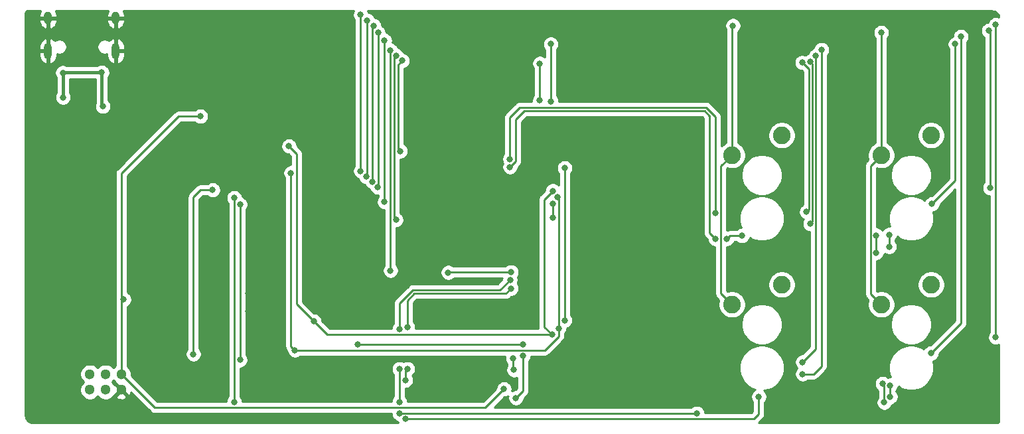
<source format=gtl>
G04 #@! TF.GenerationSoftware,KiCad,Pcbnew,(5.1.10)-1*
G04 #@! TF.CreationDate,2021-07-23T06:30:34-04:00*
G04 #@! TF.ProjectId,ProtoTooManyKeys,50726f74-6f54-46f6-9f4d-616e794b6579,1.5*
G04 #@! TF.SameCoordinates,Original*
G04 #@! TF.FileFunction,Copper,L1,Top*
G04 #@! TF.FilePolarity,Positive*
%FSLAX46Y46*%
G04 Gerber Fmt 4.6, Leading zero omitted, Abs format (unit mm)*
G04 Created by KiCad (PCBNEW (5.1.10)-1) date 2021-07-23 06:30:34*
%MOMM*%
%LPD*%
G01*
G04 APERTURE LIST*
G04 #@! TA.AperFunction,ComponentPad*
%ADD10O,1.000000X2.100000*%
G04 #@! TD*
G04 #@! TA.AperFunction,ComponentPad*
%ADD11O,1.000000X1.600000*%
G04 #@! TD*
G04 #@! TA.AperFunction,ComponentPad*
%ADD12C,2.250000*%
G04 #@! TD*
G04 #@! TA.AperFunction,ComponentPad*
%ADD13C,1.300000*%
G04 #@! TD*
G04 #@! TA.AperFunction,ViaPad*
%ADD14C,0.800000*%
G04 #@! TD*
G04 #@! TA.AperFunction,Conductor*
%ADD15C,0.381000*%
G04 #@! TD*
G04 #@! TA.AperFunction,Conductor*
%ADD16C,0.254000*%
G04 #@! TD*
G04 #@! TA.AperFunction,Conductor*
%ADD17C,0.100000*%
G04 #@! TD*
G04 APERTURE END LIST*
D10*
X340739000Y-371524000D03*
X349379000Y-371524000D03*
D11*
X340739000Y-367344000D03*
X349379000Y-367344000D03*
D12*
X447040000Y-403860000D03*
X453390000Y-401320000D03*
X447040000Y-384810000D03*
X453390000Y-382270000D03*
X427990000Y-403860000D03*
X434340000Y-401320000D03*
X427990000Y-384810000D03*
X434340000Y-382270000D03*
D13*
X350075000Y-414750000D03*
X350075000Y-412750000D03*
X348075000Y-414750000D03*
X348075000Y-412750000D03*
X346075000Y-414750000D03*
X346075000Y-412750000D03*
D14*
X398526000Y-411480000D03*
X389255000Y-413766000D03*
X395478000Y-414782000D03*
X366268000Y-404749000D03*
X366268000Y-402463000D03*
X377063000Y-405765000D03*
X403479000Y-381635000D03*
X373634000Y-397510000D03*
X399415000Y-405384000D03*
X380619000Y-386842000D03*
X461645000Y-408051000D03*
X461645000Y-368173000D03*
X380619000Y-366903000D03*
X342646000Y-377444000D03*
X347726000Y-378587000D03*
X347599000Y-374269000D03*
X342609000Y-374306000D03*
X380238000Y-408975000D03*
X401320000Y-408975000D03*
X401320000Y-410429000D03*
X400431000Y-415798000D03*
X400050000Y-410718000D03*
X400177000Y-412207000D03*
X360172000Y-379857000D03*
X350393000Y-403225000D03*
X398907000Y-414655000D03*
X403479000Y-377825000D03*
X403479000Y-373126000D03*
X437511990Y-392049000D03*
X436945613Y-373005021D03*
X404889079Y-377944376D03*
X453517000Y-391033000D03*
X456473000Y-370643001D03*
X404876000Y-370643001D03*
X448056000Y-396494000D03*
X448056000Y-394970000D03*
X399669000Y-386334000D03*
X429262534Y-395094466D03*
X427355000Y-395478000D03*
X425866000Y-395478000D03*
X437966000Y-393573000D03*
X437966000Y-372884199D03*
X385922588Y-372762045D03*
X385664000Y-384302000D03*
X446405000Y-397256000D03*
X446405000Y-395039999D03*
X399653871Y-385320995D03*
X425866000Y-392176000D03*
X437007000Y-411226000D03*
X438693000Y-372139971D03*
X385131450Y-372150404D03*
X385121000Y-393065000D03*
X453390000Y-410083000D03*
X457200000Y-369697000D03*
X383667000Y-370205000D03*
X405130000Y-392811000D03*
X405130000Y-391028000D03*
X383667000Y-390779000D03*
X448183000Y-414182000D03*
X448183000Y-415636000D03*
X399796000Y-401828000D03*
X431419000Y-415636000D03*
X386334000Y-418487001D03*
X386334000Y-413531999D03*
X386572003Y-412077999D03*
X386588000Y-406781000D03*
X399803876Y-399727778D03*
X391795000Y-399796000D03*
X437007000Y-412750000D03*
X439420000Y-371370001D03*
X384394000Y-371475000D03*
X384429000Y-399542000D03*
X447421000Y-416363000D03*
X447204859Y-413974049D03*
X399689184Y-400721181D03*
X385572000Y-407005504D03*
X385572000Y-412077999D03*
X385572000Y-416306001D03*
X385572000Y-417760001D03*
X423487999Y-417760001D03*
X382798058Y-388898238D03*
X382827927Y-369189000D03*
X447040000Y-369189000D03*
X428117000Y-368300000D03*
X382100927Y-388181293D03*
X382256298Y-368299999D03*
X374650000Y-406019000D03*
X371475000Y-383667000D03*
X405130000Y-389382000D03*
X405010577Y-407732504D03*
X372237000Y-409702000D03*
X371729000Y-387096000D03*
X405754696Y-390162870D03*
X405892000Y-406908000D03*
X460918000Y-389001000D03*
X460756000Y-368935000D03*
X381326108Y-387549108D03*
X381451051Y-367630000D03*
X364490000Y-390271000D03*
X364490000Y-416306000D03*
X365217000Y-391103051D03*
X365217000Y-410937000D03*
X361724500Y-389255000D03*
X359283000Y-410210000D03*
X406654000Y-386461000D03*
X406654000Y-405892000D03*
D15*
X366268000Y-404749000D02*
X366268000Y-402463000D01*
D16*
X461645000Y-408051000D02*
X461645000Y-368173000D01*
X380619000Y-386842000D02*
X380619000Y-366903000D01*
D15*
X347599000Y-378460000D02*
X347726000Y-378587000D01*
X347599000Y-374269000D02*
X347599000Y-378460000D01*
X347599000Y-374269000D02*
X342900000Y-374269000D01*
X342646000Y-374343000D02*
X342609000Y-374306000D01*
X342646000Y-377444000D02*
X342646000Y-374343000D01*
D16*
X380238000Y-408975000D02*
X401320000Y-408975000D01*
X401320000Y-414909000D02*
X400431000Y-415798000D01*
X401320000Y-410429000D02*
X401320000Y-414909000D01*
X400050000Y-412080000D02*
X400177000Y-412207000D01*
X400050000Y-410718000D02*
X400050000Y-412080000D01*
X360172000Y-379857000D02*
X357378000Y-379857000D01*
X350075000Y-403797000D02*
X350075000Y-403543000D01*
X357378000Y-379857000D02*
X350075000Y-387160000D01*
X350075000Y-412750000D02*
X350075000Y-403797000D01*
X350139000Y-403225000D02*
X350075000Y-403161000D01*
X350393000Y-403225000D02*
X350139000Y-403225000D01*
X350075000Y-403161000D02*
X350075000Y-403797000D01*
X350075000Y-387160000D02*
X350075000Y-403161000D01*
X354358001Y-417033001D02*
X350075000Y-412750000D01*
X396528999Y-417033001D02*
X354358001Y-417033001D01*
X398907000Y-414655000D02*
X396528999Y-417033001D01*
X403479000Y-377825000D02*
X403479000Y-373126000D01*
X437784980Y-391776010D02*
X437511990Y-392049000D01*
X437784980Y-373844388D02*
X437784980Y-391776010D01*
X436945613Y-373005021D02*
X437784980Y-373844388D01*
X456473000Y-388077000D02*
X456473000Y-370643001D01*
X453517000Y-391033000D02*
X456473000Y-388077000D01*
X404889079Y-370656080D02*
X404876000Y-370643001D01*
X404889079Y-377944376D02*
X404889079Y-370656080D01*
X448056000Y-396494000D02*
X448056000Y-394970000D01*
X427738534Y-395094466D02*
X427355000Y-395478000D01*
X429262534Y-395094466D02*
X427738534Y-395094466D01*
X425866000Y-395478000D02*
X425138999Y-394750999D01*
X424507010Y-379168010D02*
X425138999Y-379799999D01*
X425138999Y-394750999D02*
X425138999Y-379799999D01*
X424507010Y-379168010D02*
X401500990Y-379168010D01*
X400380872Y-380288128D02*
X401500990Y-379168010D01*
X400380872Y-385622128D02*
X400380872Y-380288128D01*
X399669000Y-386334000D02*
X400380872Y-385622128D01*
X437966000Y-393573000D02*
X438238990Y-393300010D01*
X438238990Y-373157189D02*
X437966000Y-372884199D01*
X438238990Y-393300010D02*
X438238990Y-373157189D01*
X385922588Y-372762045D02*
X385391010Y-373293623D01*
X385391010Y-373293623D02*
X385391010Y-384302000D01*
X385391010Y-384302000D02*
X385664000Y-384302000D01*
X446405000Y-397256000D02*
X446405000Y-395039999D01*
X425866000Y-379884933D02*
X425866000Y-392176000D01*
X424695067Y-378714000D02*
X425866000Y-379884933D01*
X400939000Y-378714000D02*
X424695067Y-378714000D01*
X399653871Y-379999129D02*
X400939000Y-378714000D01*
X399653871Y-385320995D02*
X399653871Y-379999129D01*
X438693000Y-409540000D02*
X438693000Y-372139971D01*
X437007000Y-411226000D02*
X438693000Y-409540000D01*
X385131450Y-372150404D02*
X384937000Y-372344854D01*
X384937000Y-392881000D02*
X385121000Y-393065000D01*
X384937000Y-372344854D02*
X384937000Y-392881000D01*
X457200000Y-406273000D02*
X457200000Y-369697000D01*
X453390000Y-410083000D02*
X457200000Y-406273000D01*
X405130000Y-392811000D02*
X405130000Y-391028000D01*
X383667000Y-390779000D02*
X383667000Y-370205000D01*
X448183000Y-414182000D02*
X448183000Y-415636000D01*
X431419000Y-415636000D02*
X431419000Y-417830000D01*
X430761999Y-418487001D02*
X386334000Y-418487001D01*
X431419000Y-417830000D02*
X430761999Y-418487001D01*
X386334000Y-412316002D02*
X386572003Y-412077999D01*
X386334000Y-413531999D02*
X386334000Y-412316002D01*
X399161000Y-402463000D02*
X399796000Y-401828000D01*
X387477000Y-402463000D02*
X399161000Y-402463000D01*
X386588000Y-403352000D02*
X387477000Y-402463000D01*
X386588000Y-406781000D02*
X386588000Y-403352000D01*
X391863222Y-399727778D02*
X391795000Y-399796000D01*
X399803876Y-399727778D02*
X391863222Y-399727778D01*
X437007000Y-412750000D02*
X438404000Y-412750000D01*
X439420000Y-411734000D02*
X439420000Y-371370001D01*
X438404000Y-412750000D02*
X439420000Y-411734000D01*
X384394000Y-399507000D02*
X384429000Y-399542000D01*
X384394000Y-371475000D02*
X384394000Y-399507000D01*
X447421000Y-414190190D02*
X447204859Y-413974049D01*
X447421000Y-416363000D02*
X447421000Y-414190190D01*
X385572000Y-412077999D02*
X385572000Y-416306001D01*
X385572000Y-417760001D02*
X423487999Y-417760001D01*
X399689184Y-400721181D02*
X398401375Y-402008990D01*
X385572000Y-403725933D02*
X385572000Y-407005504D01*
X387288943Y-402008990D02*
X385572000Y-403725933D01*
X398401375Y-402008990D02*
X387288943Y-402008990D01*
X445677999Y-402497999D02*
X447040000Y-403860000D01*
X447040000Y-384810000D02*
X445677999Y-386172001D01*
X445677999Y-386172001D02*
X445677999Y-402497999D01*
X382798058Y-388898238D02*
X382827928Y-388868368D01*
X382827928Y-369189001D02*
X382827927Y-369189000D01*
X382827928Y-388868368D02*
X382827928Y-369189001D01*
X447040000Y-384810000D02*
X447040000Y-369189000D01*
X426593000Y-386207000D02*
X427990000Y-384810000D01*
X426593000Y-402463000D02*
X426593000Y-386207000D01*
X427990000Y-403860000D02*
X426593000Y-402463000D01*
X427990000Y-368427000D02*
X428117000Y-368300000D01*
X427990000Y-384810000D02*
X427990000Y-368427000D01*
X382100927Y-368455370D02*
X382256298Y-368299999D01*
X382100927Y-388181293D02*
X382100927Y-368455370D01*
X404021999Y-406743926D02*
X405010577Y-407732504D01*
X404021999Y-390490001D02*
X404021999Y-406743926D01*
X405130000Y-389382000D02*
X404021999Y-390490001D01*
X372456001Y-403825001D02*
X374650000Y-406019000D01*
X372456001Y-384648001D02*
X372456001Y-403825001D01*
X371475000Y-383667000D02*
X372456001Y-384648001D01*
X376363504Y-407732504D02*
X374650000Y-406019000D01*
X405010577Y-407732504D02*
X376363504Y-407732504D01*
X371729000Y-409194000D02*
X371729000Y-387096000D01*
X372237000Y-409702000D02*
X371729000Y-409194000D01*
X405892000Y-390300174D02*
X405754696Y-390162870D01*
X405892000Y-406908000D02*
X405892000Y-390300174D01*
X404117043Y-409702000D02*
X372237000Y-409702000D01*
X405892000Y-407927043D02*
X404117043Y-409702000D01*
X405892000Y-406908000D02*
X405892000Y-407927043D01*
X460918000Y-369097000D02*
X460756000Y-368935000D01*
X460918000Y-389001000D02*
X460918000Y-369097000D01*
X381451051Y-387424165D02*
X381451051Y-367630000D01*
X381326108Y-387549108D02*
X381451051Y-387424165D01*
X364490000Y-390271000D02*
X364490000Y-416306000D01*
X365217000Y-391103051D02*
X365217000Y-410937000D01*
X361724500Y-389255000D02*
X360172000Y-389255000D01*
X359283000Y-390144000D02*
X360172000Y-389255000D01*
X359283000Y-410210000D02*
X359283000Y-390144000D01*
X406654000Y-386461000D02*
X406654000Y-405892000D01*
X339738997Y-366492322D02*
X339650585Y-366698013D01*
X339604000Y-366917000D01*
X339604000Y-367217000D01*
X340612000Y-367217000D01*
X340612000Y-367197000D01*
X340866000Y-367197000D01*
X340866000Y-367217000D01*
X341874000Y-367217000D01*
X341874000Y-366917000D01*
X341827415Y-366698013D01*
X341739003Y-366492322D01*
X341689280Y-366420000D01*
X348428720Y-366420000D01*
X348378997Y-366492322D01*
X348290585Y-366698013D01*
X348244000Y-366917000D01*
X348244000Y-367217000D01*
X349252000Y-367217000D01*
X349252000Y-367197000D01*
X349506000Y-367197000D01*
X349506000Y-367217000D01*
X350514000Y-367217000D01*
X350514000Y-366917000D01*
X350467415Y-366698013D01*
X350379003Y-366492322D01*
X350329280Y-366420000D01*
X379698789Y-366420000D01*
X379623774Y-366601102D01*
X379584000Y-366801061D01*
X379584000Y-367004939D01*
X379623774Y-367204898D01*
X379701795Y-367393256D01*
X379815063Y-367562774D01*
X379857001Y-367604712D01*
X379857000Y-386140289D01*
X379815063Y-386182226D01*
X379701795Y-386351744D01*
X379623774Y-386540102D01*
X379584000Y-386740061D01*
X379584000Y-386943939D01*
X379623774Y-387143898D01*
X379701795Y-387332256D01*
X379815063Y-387501774D01*
X379959226Y-387645937D01*
X380128744Y-387759205D01*
X380317102Y-387837226D01*
X380328596Y-387839512D01*
X380330882Y-387851006D01*
X380408903Y-388039364D01*
X380522171Y-388208882D01*
X380666334Y-388353045D01*
X380835852Y-388466313D01*
X381024210Y-388544334D01*
X381140619Y-388567489D01*
X381183722Y-388671549D01*
X381296990Y-388841067D01*
X381441153Y-388985230D01*
X381610671Y-389098498D01*
X381798054Y-389176115D01*
X381802832Y-389200136D01*
X381880853Y-389388494D01*
X381994121Y-389558012D01*
X382138284Y-389702175D01*
X382307802Y-389815443D01*
X382496160Y-389893464D01*
X382696119Y-389933238D01*
X382899997Y-389933238D01*
X382905000Y-389932243D01*
X382905000Y-390077289D01*
X382863063Y-390119226D01*
X382749795Y-390288744D01*
X382671774Y-390477102D01*
X382632000Y-390677061D01*
X382632000Y-390880939D01*
X382671774Y-391080898D01*
X382749795Y-391269256D01*
X382863063Y-391438774D01*
X383007226Y-391582937D01*
X383176744Y-391696205D01*
X383365102Y-391774226D01*
X383565061Y-391814000D01*
X383632001Y-391814000D01*
X383632001Y-398875288D01*
X383625063Y-398882226D01*
X383511795Y-399051744D01*
X383433774Y-399240102D01*
X383394000Y-399440061D01*
X383394000Y-399643939D01*
X383433774Y-399843898D01*
X383511795Y-400032256D01*
X383625063Y-400201774D01*
X383769226Y-400345937D01*
X383938744Y-400459205D01*
X384127102Y-400537226D01*
X384327061Y-400577000D01*
X384530939Y-400577000D01*
X384730898Y-400537226D01*
X384919256Y-400459205D01*
X385088774Y-400345937D01*
X385232937Y-400201774D01*
X385346205Y-400032256D01*
X385424226Y-399843898D01*
X385464000Y-399643939D01*
X385464000Y-399440061D01*
X385424226Y-399240102D01*
X385346205Y-399051744D01*
X385232937Y-398882226D01*
X385156000Y-398805289D01*
X385156000Y-394100000D01*
X385222939Y-394100000D01*
X385422898Y-394060226D01*
X385611256Y-393982205D01*
X385780774Y-393868937D01*
X385924937Y-393724774D01*
X386038205Y-393555256D01*
X386116226Y-393366898D01*
X386156000Y-393166939D01*
X386156000Y-392963061D01*
X386116226Y-392763102D01*
X386038205Y-392574744D01*
X385924937Y-392405226D01*
X385780774Y-392261063D01*
X385699000Y-392206424D01*
X385699000Y-385337000D01*
X385765939Y-385337000D01*
X385965898Y-385297226D01*
X386154256Y-385219205D01*
X386154478Y-385219056D01*
X398618871Y-385219056D01*
X398618871Y-385422934D01*
X398658645Y-385622893D01*
X398736666Y-385811251D01*
X398755086Y-385838819D01*
X398751795Y-385843744D01*
X398673774Y-386032102D01*
X398634000Y-386232061D01*
X398634000Y-386435939D01*
X398673774Y-386635898D01*
X398751795Y-386824256D01*
X398865063Y-386993774D01*
X399009226Y-387137937D01*
X399178744Y-387251205D01*
X399367102Y-387329226D01*
X399567061Y-387369000D01*
X399770939Y-387369000D01*
X399970898Y-387329226D01*
X400159256Y-387251205D01*
X400328774Y-387137937D01*
X400472937Y-386993774D01*
X400586205Y-386824256D01*
X400664226Y-386635898D01*
X400704000Y-386435939D01*
X400704000Y-386376631D01*
X400893225Y-386187406D01*
X400922294Y-386163550D01*
X401017517Y-386047520D01*
X401088274Y-385915143D01*
X401131846Y-385771506D01*
X401142872Y-385659554D01*
X401142872Y-385659552D01*
X401146558Y-385622129D01*
X401142872Y-385584706D01*
X401142872Y-380603758D01*
X401816621Y-379930010D01*
X424191380Y-379930010D01*
X424377000Y-380115631D01*
X424376999Y-394713576D01*
X424373313Y-394750999D01*
X424376999Y-394788422D01*
X424376999Y-394788424D01*
X424388025Y-394900376D01*
X424431597Y-395044013D01*
X424446524Y-395071939D01*
X424502354Y-395176391D01*
X424541982Y-395224677D01*
X424597577Y-395292421D01*
X424626653Y-395316283D01*
X424831000Y-395520630D01*
X424831000Y-395579939D01*
X424870774Y-395779898D01*
X424948795Y-395968256D01*
X425062063Y-396137774D01*
X425206226Y-396281937D01*
X425375744Y-396395205D01*
X425564102Y-396473226D01*
X425764061Y-396513000D01*
X425831000Y-396513000D01*
X425831000Y-402425577D01*
X425827314Y-402463000D01*
X425831000Y-402500423D01*
X425831000Y-402500425D01*
X425842026Y-402612377D01*
X425885598Y-402756014D01*
X425914763Y-402810578D01*
X425956355Y-402888392D01*
X425971097Y-402906355D01*
X426051578Y-403004422D01*
X426080654Y-403028284D01*
X426327324Y-403274954D01*
X426297636Y-403346627D01*
X426230000Y-403686655D01*
X426230000Y-404033345D01*
X426297636Y-404373373D01*
X426430308Y-404693673D01*
X426622919Y-404981935D01*
X426868065Y-405227081D01*
X427156327Y-405419692D01*
X427476627Y-405552364D01*
X427816655Y-405620000D01*
X428163345Y-405620000D01*
X428503373Y-405552364D01*
X428823673Y-405419692D01*
X429111935Y-405227081D01*
X429357081Y-404981935D01*
X429549692Y-404693673D01*
X429682364Y-404373373D01*
X429750000Y-404033345D01*
X429750000Y-403686655D01*
X429682364Y-403346627D01*
X429549692Y-403026327D01*
X429357081Y-402738065D01*
X429111935Y-402492919D01*
X428823673Y-402300308D01*
X428503373Y-402167636D01*
X428163345Y-402100000D01*
X427816655Y-402100000D01*
X427476627Y-402167636D01*
X427404954Y-402197324D01*
X427355000Y-402147370D01*
X427355000Y-401146655D01*
X432580000Y-401146655D01*
X432580000Y-401493345D01*
X432647636Y-401833373D01*
X432780308Y-402153673D01*
X432972919Y-402441935D01*
X433218065Y-402687081D01*
X433506327Y-402879692D01*
X433826627Y-403012364D01*
X434166655Y-403080000D01*
X434513345Y-403080000D01*
X434853373Y-403012364D01*
X435173673Y-402879692D01*
X435461935Y-402687081D01*
X435707081Y-402441935D01*
X435899692Y-402153673D01*
X436032364Y-401833373D01*
X436100000Y-401493345D01*
X436100000Y-401146655D01*
X436032364Y-400806627D01*
X435899692Y-400486327D01*
X435707081Y-400198065D01*
X435461935Y-399952919D01*
X435173673Y-399760308D01*
X434853373Y-399627636D01*
X434513345Y-399560000D01*
X434166655Y-399560000D01*
X433826627Y-399627636D01*
X433506327Y-399760308D01*
X433218065Y-399952919D01*
X432972919Y-400198065D01*
X432780308Y-400486327D01*
X432647636Y-400806627D01*
X432580000Y-401146655D01*
X427355000Y-401146655D01*
X427355000Y-396513000D01*
X427456939Y-396513000D01*
X427656898Y-396473226D01*
X427845256Y-396395205D01*
X428014774Y-396281937D01*
X428158937Y-396137774D01*
X428272205Y-395968256D01*
X428318510Y-395856466D01*
X428560823Y-395856466D01*
X428602760Y-395898403D01*
X428772278Y-396011671D01*
X428960636Y-396089692D01*
X429160595Y-396129466D01*
X429364473Y-396129466D01*
X429564432Y-396089692D01*
X429752790Y-396011671D01*
X429922308Y-395898403D01*
X430066471Y-395754240D01*
X430179739Y-395584722D01*
X430257760Y-395396364D01*
X430266380Y-395353028D01*
X430433440Y-395464654D01*
X430958477Y-395682131D01*
X431515852Y-395793000D01*
X432084148Y-395793000D01*
X432641523Y-395682131D01*
X433166560Y-395464654D01*
X433639080Y-395148926D01*
X434040926Y-394747080D01*
X434356654Y-394274560D01*
X434574131Y-393749523D01*
X434685000Y-393192148D01*
X434685000Y-392623852D01*
X434574131Y-392066477D01*
X434356654Y-391541440D01*
X434040926Y-391068920D01*
X433639080Y-390667074D01*
X433166560Y-390351346D01*
X432641523Y-390133869D01*
X432084148Y-390023000D01*
X431515852Y-390023000D01*
X430958477Y-390133869D01*
X430433440Y-390351346D01*
X429960920Y-390667074D01*
X429559074Y-391068920D01*
X429243346Y-391541440D01*
X429025869Y-392066477D01*
X428915000Y-392623852D01*
X428915000Y-393192148D01*
X429025869Y-393749523D01*
X429154734Y-394060632D01*
X428960636Y-394099240D01*
X428772278Y-394177261D01*
X428602760Y-394290529D01*
X428560823Y-394332466D01*
X427775957Y-394332466D01*
X427738534Y-394328780D01*
X427701111Y-394332466D01*
X427701108Y-394332466D01*
X427589156Y-394343492D01*
X427445519Y-394387064D01*
X427355000Y-394435447D01*
X427355000Y-387091076D01*
X429171100Y-387091076D01*
X429171100Y-387608924D01*
X429272127Y-388116822D01*
X429470299Y-388595251D01*
X429758000Y-389025826D01*
X430124174Y-389392000D01*
X430554749Y-389679701D01*
X431033178Y-389877873D01*
X431541076Y-389978900D01*
X432058924Y-389978900D01*
X432566822Y-389877873D01*
X433045251Y-389679701D01*
X433475826Y-389392000D01*
X433842000Y-389025826D01*
X434129701Y-388595251D01*
X434327873Y-388116822D01*
X434428900Y-387608924D01*
X434428900Y-387091076D01*
X434327873Y-386583178D01*
X434129701Y-386104749D01*
X433842000Y-385674174D01*
X433475826Y-385308000D01*
X433045251Y-385020299D01*
X432566822Y-384822127D01*
X432058924Y-384721100D01*
X431541076Y-384721100D01*
X431033178Y-384822127D01*
X430554749Y-385020299D01*
X430124174Y-385308000D01*
X429758000Y-385674174D01*
X429470299Y-386104749D01*
X429272127Y-386583178D01*
X429171100Y-387091076D01*
X427355000Y-387091076D01*
X427355000Y-386522630D01*
X427404954Y-386472676D01*
X427476627Y-386502364D01*
X427816655Y-386570000D01*
X428163345Y-386570000D01*
X428503373Y-386502364D01*
X428823673Y-386369692D01*
X429111935Y-386177081D01*
X429357081Y-385931935D01*
X429549692Y-385643673D01*
X429682364Y-385323373D01*
X429750000Y-384983345D01*
X429750000Y-384636655D01*
X429682364Y-384296627D01*
X429549692Y-383976327D01*
X429357081Y-383688065D01*
X429111935Y-383442919D01*
X428823673Y-383250308D01*
X428752000Y-383220620D01*
X428752000Y-382096655D01*
X432580000Y-382096655D01*
X432580000Y-382443345D01*
X432647636Y-382783373D01*
X432780308Y-383103673D01*
X432972919Y-383391935D01*
X433218065Y-383637081D01*
X433506327Y-383829692D01*
X433826627Y-383962364D01*
X434166655Y-384030000D01*
X434513345Y-384030000D01*
X434853373Y-383962364D01*
X435173673Y-383829692D01*
X435461935Y-383637081D01*
X435707081Y-383391935D01*
X435899692Y-383103673D01*
X436032364Y-382783373D01*
X436100000Y-382443345D01*
X436100000Y-382096655D01*
X436032364Y-381756627D01*
X435899692Y-381436327D01*
X435707081Y-381148065D01*
X435461935Y-380902919D01*
X435173673Y-380710308D01*
X434853373Y-380577636D01*
X434513345Y-380510000D01*
X434166655Y-380510000D01*
X433826627Y-380577636D01*
X433506327Y-380710308D01*
X433218065Y-380902919D01*
X432972919Y-381148065D01*
X432780308Y-381436327D01*
X432647636Y-381756627D01*
X432580000Y-382096655D01*
X428752000Y-382096655D01*
X428752000Y-372903082D01*
X435910613Y-372903082D01*
X435910613Y-373106960D01*
X435950387Y-373306919D01*
X436028408Y-373495277D01*
X436141676Y-373664795D01*
X436285839Y-373808958D01*
X436455357Y-373922226D01*
X436643715Y-374000247D01*
X436843674Y-374040021D01*
X436902982Y-374040021D01*
X437022980Y-374160019D01*
X437022981Y-391131278D01*
X437021734Y-391131795D01*
X436852216Y-391245063D01*
X436708053Y-391389226D01*
X436594785Y-391558744D01*
X436516764Y-391747102D01*
X436476990Y-391947061D01*
X436476990Y-392150939D01*
X436516764Y-392350898D01*
X436594785Y-392539256D01*
X436708053Y-392708774D01*
X436852216Y-392852937D01*
X437021734Y-392966205D01*
X437103918Y-393000247D01*
X437048795Y-393082744D01*
X436970774Y-393271102D01*
X436931000Y-393471061D01*
X436931000Y-393674939D01*
X436970774Y-393874898D01*
X437048795Y-394063256D01*
X437162063Y-394232774D01*
X437306226Y-394376937D01*
X437475744Y-394490205D01*
X437664102Y-394568226D01*
X437864061Y-394608000D01*
X437931000Y-394608000D01*
X437931000Y-409224369D01*
X436964370Y-410191000D01*
X436905061Y-410191000D01*
X436705102Y-410230774D01*
X436516744Y-410308795D01*
X436347226Y-410422063D01*
X436203063Y-410566226D01*
X436089795Y-410735744D01*
X436011774Y-410924102D01*
X435972000Y-411124061D01*
X435972000Y-411327939D01*
X436011774Y-411527898D01*
X436089795Y-411716256D01*
X436203063Y-411885774D01*
X436305289Y-411988000D01*
X436203063Y-412090226D01*
X436089795Y-412259744D01*
X436011774Y-412448102D01*
X435972000Y-412648061D01*
X435972000Y-412851939D01*
X436011774Y-413051898D01*
X436089795Y-413240256D01*
X436203063Y-413409774D01*
X436347226Y-413553937D01*
X436516744Y-413667205D01*
X436705102Y-413745226D01*
X436905061Y-413785000D01*
X437108939Y-413785000D01*
X437308898Y-413745226D01*
X437497256Y-413667205D01*
X437666774Y-413553937D01*
X437708711Y-413512000D01*
X438366577Y-413512000D01*
X438404000Y-413515686D01*
X438441423Y-413512000D01*
X438441426Y-413512000D01*
X438553378Y-413500974D01*
X438697015Y-413457402D01*
X438829392Y-413386645D01*
X438945422Y-413291422D01*
X438969284Y-413262346D01*
X439932353Y-412299278D01*
X439961422Y-412275422D01*
X440000851Y-412227378D01*
X440056645Y-412159393D01*
X440119072Y-412042599D01*
X440127402Y-412027015D01*
X440170974Y-411883378D01*
X440182000Y-411771426D01*
X440182000Y-411771423D01*
X440185686Y-411734000D01*
X440182000Y-411696577D01*
X440182000Y-406141076D01*
X448221100Y-406141076D01*
X448221100Y-406658924D01*
X448322127Y-407166822D01*
X448520299Y-407645251D01*
X448808000Y-408075826D01*
X449174174Y-408442000D01*
X449604749Y-408729701D01*
X450083178Y-408927873D01*
X450591076Y-409028900D01*
X451108924Y-409028900D01*
X451616822Y-408927873D01*
X452095251Y-408729701D01*
X452525826Y-408442000D01*
X452892000Y-408075826D01*
X453179701Y-407645251D01*
X453377873Y-407166822D01*
X453478900Y-406658924D01*
X453478900Y-406141076D01*
X453377873Y-405633178D01*
X453179701Y-405154749D01*
X452892000Y-404724174D01*
X452525826Y-404358000D01*
X452095251Y-404070299D01*
X451616822Y-403872127D01*
X451108924Y-403771100D01*
X450591076Y-403771100D01*
X450083178Y-403872127D01*
X449604749Y-404070299D01*
X449174174Y-404358000D01*
X448808000Y-404724174D01*
X448520299Y-405154749D01*
X448322127Y-405633178D01*
X448221100Y-406141076D01*
X440182000Y-406141076D01*
X440182000Y-386172001D01*
X444912313Y-386172001D01*
X444915999Y-386209424D01*
X444916000Y-402460566D01*
X444912313Y-402497999D01*
X444927026Y-402647377D01*
X444970598Y-402791014D01*
X445041354Y-402923391D01*
X445083997Y-402975351D01*
X445136578Y-403039421D01*
X445165648Y-403063278D01*
X445377324Y-403274954D01*
X445347636Y-403346627D01*
X445280000Y-403686655D01*
X445280000Y-404033345D01*
X445347636Y-404373373D01*
X445480308Y-404693673D01*
X445672919Y-404981935D01*
X445918065Y-405227081D01*
X446206327Y-405419692D01*
X446526627Y-405552364D01*
X446866655Y-405620000D01*
X447213345Y-405620000D01*
X447553373Y-405552364D01*
X447873673Y-405419692D01*
X448161935Y-405227081D01*
X448407081Y-404981935D01*
X448599692Y-404693673D01*
X448732364Y-404373373D01*
X448800000Y-404033345D01*
X448800000Y-403686655D01*
X448732364Y-403346627D01*
X448599692Y-403026327D01*
X448407081Y-402738065D01*
X448161935Y-402492919D01*
X447873673Y-402300308D01*
X447553373Y-402167636D01*
X447213345Y-402100000D01*
X446866655Y-402100000D01*
X446526627Y-402167636D01*
X446454954Y-402197324D01*
X446439999Y-402182369D01*
X446439999Y-401146655D01*
X451630000Y-401146655D01*
X451630000Y-401493345D01*
X451697636Y-401833373D01*
X451830308Y-402153673D01*
X452022919Y-402441935D01*
X452268065Y-402687081D01*
X452556327Y-402879692D01*
X452876627Y-403012364D01*
X453216655Y-403080000D01*
X453563345Y-403080000D01*
X453903373Y-403012364D01*
X454223673Y-402879692D01*
X454511935Y-402687081D01*
X454757081Y-402441935D01*
X454949692Y-402153673D01*
X455082364Y-401833373D01*
X455150000Y-401493345D01*
X455150000Y-401146655D01*
X455082364Y-400806627D01*
X454949692Y-400486327D01*
X454757081Y-400198065D01*
X454511935Y-399952919D01*
X454223673Y-399760308D01*
X453903373Y-399627636D01*
X453563345Y-399560000D01*
X453216655Y-399560000D01*
X452876627Y-399627636D01*
X452556327Y-399760308D01*
X452268065Y-399952919D01*
X452022919Y-400198065D01*
X451830308Y-400486327D01*
X451697636Y-400806627D01*
X451630000Y-401146655D01*
X446439999Y-401146655D01*
X446439999Y-398291000D01*
X446506939Y-398291000D01*
X446706898Y-398251226D01*
X446895256Y-398173205D01*
X447064774Y-398059937D01*
X447208937Y-397915774D01*
X447322205Y-397746256D01*
X447400226Y-397557898D01*
X447440000Y-397357939D01*
X447440000Y-397327186D01*
X447565744Y-397411205D01*
X447754102Y-397489226D01*
X447954061Y-397529000D01*
X448157939Y-397529000D01*
X448357898Y-397489226D01*
X448546256Y-397411205D01*
X448715774Y-397297937D01*
X448859937Y-397153774D01*
X448973205Y-396984256D01*
X449051226Y-396795898D01*
X449091000Y-396595939D01*
X449091000Y-396392061D01*
X449051226Y-396192102D01*
X448973205Y-396003744D01*
X448859937Y-395834226D01*
X448818000Y-395792289D01*
X448818000Y-395671711D01*
X448859937Y-395629774D01*
X448973205Y-395460256D01*
X449051226Y-395271898D01*
X449068088Y-395187125D01*
X449483440Y-395464654D01*
X450008477Y-395682131D01*
X450565852Y-395793000D01*
X451134148Y-395793000D01*
X451691523Y-395682131D01*
X452216560Y-395464654D01*
X452689080Y-395148926D01*
X453090926Y-394747080D01*
X453406654Y-394274560D01*
X453624131Y-393749523D01*
X453735000Y-393192148D01*
X453735000Y-392623852D01*
X453624225Y-392066949D01*
X453818898Y-392028226D01*
X454007256Y-391950205D01*
X454176774Y-391836937D01*
X454320937Y-391692774D01*
X454434205Y-391523256D01*
X454512226Y-391334898D01*
X454552000Y-391134939D01*
X454552000Y-391075630D01*
X456438000Y-389189630D01*
X456438000Y-405957370D01*
X453347370Y-409048000D01*
X453288061Y-409048000D01*
X453088102Y-409087774D01*
X452899744Y-409165795D01*
X452730226Y-409279063D01*
X452586063Y-409423226D01*
X452483119Y-409577292D01*
X452216560Y-409399183D01*
X451691523Y-409181706D01*
X451134148Y-409070837D01*
X450565852Y-409070837D01*
X450008477Y-409181706D01*
X449483440Y-409399183D01*
X449010920Y-409714911D01*
X448609074Y-410116757D01*
X448293346Y-410589277D01*
X448075869Y-411114314D01*
X447965000Y-411671689D01*
X447965000Y-412239985D01*
X448075869Y-412797360D01*
X448220694Y-413147000D01*
X448081061Y-413147000D01*
X447881263Y-413186742D01*
X447864633Y-413170112D01*
X447695115Y-413056844D01*
X447506757Y-412978823D01*
X447306798Y-412939049D01*
X447102920Y-412939049D01*
X446902961Y-412978823D01*
X446714603Y-413056844D01*
X446545085Y-413170112D01*
X446400922Y-413314275D01*
X446287654Y-413483793D01*
X446209633Y-413672151D01*
X446169859Y-413872110D01*
X446169859Y-414075988D01*
X446209633Y-414275947D01*
X446287654Y-414464305D01*
X446400922Y-414633823D01*
X446545085Y-414777986D01*
X446659001Y-414854102D01*
X446659000Y-415661289D01*
X446617063Y-415703226D01*
X446503795Y-415872744D01*
X446425774Y-416061102D01*
X446386000Y-416261061D01*
X446386000Y-416464939D01*
X446425774Y-416664898D01*
X446503795Y-416853256D01*
X446617063Y-417022774D01*
X446761226Y-417166937D01*
X446930744Y-417280205D01*
X447119102Y-417358226D01*
X447319061Y-417398000D01*
X447522939Y-417398000D01*
X447722898Y-417358226D01*
X447911256Y-417280205D01*
X448080774Y-417166937D01*
X448224937Y-417022774D01*
X448338205Y-416853256D01*
X448416226Y-416664898D01*
X448420371Y-416644061D01*
X448484898Y-416631226D01*
X448673256Y-416553205D01*
X448842774Y-416439937D01*
X448986937Y-416295774D01*
X449100205Y-416126256D01*
X449178226Y-415937898D01*
X449218000Y-415737939D01*
X449218000Y-415534061D01*
X449178226Y-415334102D01*
X449100205Y-415145744D01*
X448986937Y-414976226D01*
X448945000Y-414934289D01*
X448945000Y-414883711D01*
X448986937Y-414841774D01*
X449100205Y-414672256D01*
X449178226Y-414483898D01*
X449209012Y-414329124D01*
X449483440Y-414512491D01*
X450008477Y-414729968D01*
X450565852Y-414840837D01*
X451134148Y-414840837D01*
X451691523Y-414729968D01*
X452216560Y-414512491D01*
X452689080Y-414196763D01*
X453090926Y-413794917D01*
X453406654Y-413322397D01*
X453624131Y-412797360D01*
X453735000Y-412239985D01*
X453735000Y-411671689D01*
X453624131Y-411114314D01*
X453615479Y-411093427D01*
X453691898Y-411078226D01*
X453880256Y-411000205D01*
X454049774Y-410886937D01*
X454193937Y-410742774D01*
X454307205Y-410573256D01*
X454385226Y-410384898D01*
X454425000Y-410184939D01*
X454425000Y-410125630D01*
X457712347Y-406838283D01*
X457741422Y-406814422D01*
X457813659Y-406726401D01*
X457836645Y-406698393D01*
X457892151Y-406594548D01*
X457907402Y-406566015D01*
X457950974Y-406422378D01*
X457962000Y-406310426D01*
X457962000Y-406310423D01*
X457965686Y-406273000D01*
X457962000Y-406235577D01*
X457962000Y-370398711D01*
X458003937Y-370356774D01*
X458117205Y-370187256D01*
X458195226Y-369998898D01*
X458235000Y-369798939D01*
X458235000Y-369595061D01*
X458195226Y-369395102D01*
X458117205Y-369206744D01*
X458003937Y-369037226D01*
X457859774Y-368893063D01*
X457690256Y-368779795D01*
X457501898Y-368701774D01*
X457301939Y-368662000D01*
X457098061Y-368662000D01*
X456898102Y-368701774D01*
X456709744Y-368779795D01*
X456540226Y-368893063D01*
X456396063Y-369037226D01*
X456282795Y-369206744D01*
X456204774Y-369395102D01*
X456165000Y-369595061D01*
X456165000Y-369650303D01*
X455982744Y-369725796D01*
X455813226Y-369839064D01*
X455669063Y-369983227D01*
X455555795Y-370152745D01*
X455477774Y-370341103D01*
X455438000Y-370541062D01*
X455438000Y-370744940D01*
X455477774Y-370944899D01*
X455555795Y-371133257D01*
X455669063Y-371302775D01*
X455711001Y-371344713D01*
X455711000Y-387761369D01*
X453474370Y-389998000D01*
X453415061Y-389998000D01*
X453215102Y-390037774D01*
X453026744Y-390115795D01*
X452857226Y-390229063D01*
X452713063Y-390373226D01*
X452599795Y-390542744D01*
X452578814Y-390593396D01*
X452216560Y-390351346D01*
X451691523Y-390133869D01*
X451134148Y-390023000D01*
X450565852Y-390023000D01*
X450008477Y-390133869D01*
X449483440Y-390351346D01*
X449010920Y-390667074D01*
X448609074Y-391068920D01*
X448293346Y-391541440D01*
X448075869Y-392066477D01*
X447965000Y-392623852D01*
X447965000Y-393192148D01*
X448075869Y-393749523D01*
X448152696Y-393935000D01*
X447954061Y-393935000D01*
X447754102Y-393974774D01*
X447565744Y-394052795D01*
X447396226Y-394166063D01*
X447252063Y-394310226D01*
X447206752Y-394378040D01*
X447064774Y-394236062D01*
X446895256Y-394122794D01*
X446706898Y-394044773D01*
X446506939Y-394004999D01*
X446439999Y-394004999D01*
X446439999Y-387091076D01*
X448221100Y-387091076D01*
X448221100Y-387608924D01*
X448322127Y-388116822D01*
X448520299Y-388595251D01*
X448808000Y-389025826D01*
X449174174Y-389392000D01*
X449604749Y-389679701D01*
X450083178Y-389877873D01*
X450591076Y-389978900D01*
X451108924Y-389978900D01*
X451616822Y-389877873D01*
X452095251Y-389679701D01*
X452525826Y-389392000D01*
X452892000Y-389025826D01*
X453179701Y-388595251D01*
X453377873Y-388116822D01*
X453478900Y-387608924D01*
X453478900Y-387091076D01*
X453377873Y-386583178D01*
X453179701Y-386104749D01*
X452892000Y-385674174D01*
X452525826Y-385308000D01*
X452095251Y-385020299D01*
X451616822Y-384822127D01*
X451108924Y-384721100D01*
X450591076Y-384721100D01*
X450083178Y-384822127D01*
X449604749Y-385020299D01*
X449174174Y-385308000D01*
X448808000Y-385674174D01*
X448520299Y-386104749D01*
X448322127Y-386583178D01*
X448221100Y-387091076D01*
X446439999Y-387091076D01*
X446439999Y-386487631D01*
X446454954Y-386472676D01*
X446526627Y-386502364D01*
X446866655Y-386570000D01*
X447213345Y-386570000D01*
X447553373Y-386502364D01*
X447873673Y-386369692D01*
X448161935Y-386177081D01*
X448407081Y-385931935D01*
X448599692Y-385643673D01*
X448732364Y-385323373D01*
X448800000Y-384983345D01*
X448800000Y-384636655D01*
X448732364Y-384296627D01*
X448599692Y-383976327D01*
X448407081Y-383688065D01*
X448161935Y-383442919D01*
X447873673Y-383250308D01*
X447802000Y-383220620D01*
X447802000Y-382096655D01*
X451630000Y-382096655D01*
X451630000Y-382443345D01*
X451697636Y-382783373D01*
X451830308Y-383103673D01*
X452022919Y-383391935D01*
X452268065Y-383637081D01*
X452556327Y-383829692D01*
X452876627Y-383962364D01*
X453216655Y-384030000D01*
X453563345Y-384030000D01*
X453903373Y-383962364D01*
X454223673Y-383829692D01*
X454511935Y-383637081D01*
X454757081Y-383391935D01*
X454949692Y-383103673D01*
X455082364Y-382783373D01*
X455150000Y-382443345D01*
X455150000Y-382096655D01*
X455082364Y-381756627D01*
X454949692Y-381436327D01*
X454757081Y-381148065D01*
X454511935Y-380902919D01*
X454223673Y-380710308D01*
X453903373Y-380577636D01*
X453563345Y-380510000D01*
X453216655Y-380510000D01*
X452876627Y-380577636D01*
X452556327Y-380710308D01*
X452268065Y-380902919D01*
X452022919Y-381148065D01*
X451830308Y-381436327D01*
X451697636Y-381756627D01*
X451630000Y-382096655D01*
X447802000Y-382096655D01*
X447802000Y-369890711D01*
X447843937Y-369848774D01*
X447957205Y-369679256D01*
X448035226Y-369490898D01*
X448075000Y-369290939D01*
X448075000Y-369087061D01*
X448035226Y-368887102D01*
X447957205Y-368698744D01*
X447843937Y-368529226D01*
X447699774Y-368385063D01*
X447530256Y-368271795D01*
X447341898Y-368193774D01*
X447141939Y-368154000D01*
X446938061Y-368154000D01*
X446738102Y-368193774D01*
X446549744Y-368271795D01*
X446380226Y-368385063D01*
X446236063Y-368529226D01*
X446122795Y-368698744D01*
X446044774Y-368887102D01*
X446005000Y-369087061D01*
X446005000Y-369290939D01*
X446044774Y-369490898D01*
X446122795Y-369679256D01*
X446236063Y-369848774D01*
X446278001Y-369890712D01*
X446278000Y-383220620D01*
X446206327Y-383250308D01*
X445918065Y-383442919D01*
X445672919Y-383688065D01*
X445480308Y-383976327D01*
X445347636Y-384296627D01*
X445280000Y-384636655D01*
X445280000Y-384983345D01*
X445347636Y-385323373D01*
X445377324Y-385395046D01*
X445165653Y-385606717D01*
X445136577Y-385630579D01*
X445083997Y-385694649D01*
X445041354Y-385746609D01*
X445028046Y-385771507D01*
X444970597Y-385878987D01*
X444927025Y-386022624D01*
X444915999Y-386134575D01*
X444912313Y-386172001D01*
X440182000Y-386172001D01*
X440182000Y-372071712D01*
X440223937Y-372029775D01*
X440337205Y-371860257D01*
X440415226Y-371671899D01*
X440455000Y-371471940D01*
X440455000Y-371268062D01*
X440415226Y-371068103D01*
X440337205Y-370879745D01*
X440223937Y-370710227D01*
X440079774Y-370566064D01*
X439910256Y-370452796D01*
X439721898Y-370374775D01*
X439521939Y-370335001D01*
X439318061Y-370335001D01*
X439118102Y-370374775D01*
X438929744Y-370452796D01*
X438760226Y-370566064D01*
X438616063Y-370710227D01*
X438502795Y-370879745D01*
X438424774Y-371068103D01*
X438410288Y-371140929D01*
X438391102Y-371144745D01*
X438202744Y-371222766D01*
X438033226Y-371336034D01*
X437889063Y-371480197D01*
X437775795Y-371649715D01*
X437697774Y-371838073D01*
X437688619Y-371884096D01*
X437664102Y-371888973D01*
X437475744Y-371966994D01*
X437348860Y-372051775D01*
X437247511Y-372009795D01*
X437047552Y-371970021D01*
X436843674Y-371970021D01*
X436643715Y-372009795D01*
X436455357Y-372087816D01*
X436285839Y-372201084D01*
X436141676Y-372345247D01*
X436028408Y-372514765D01*
X435950387Y-372703123D01*
X435910613Y-372903082D01*
X428752000Y-372903082D01*
X428752000Y-369120490D01*
X428776774Y-369103937D01*
X428920937Y-368959774D01*
X429034205Y-368790256D01*
X429112226Y-368601898D01*
X429152000Y-368401939D01*
X429152000Y-368198061D01*
X429112226Y-367998102D01*
X429034205Y-367809744D01*
X428920937Y-367640226D01*
X428776774Y-367496063D01*
X428607256Y-367382795D01*
X428418898Y-367304774D01*
X428218939Y-367265000D01*
X428015061Y-367265000D01*
X427815102Y-367304774D01*
X427626744Y-367382795D01*
X427457226Y-367496063D01*
X427313063Y-367640226D01*
X427199795Y-367809744D01*
X427121774Y-367998102D01*
X427082000Y-368198061D01*
X427082000Y-368401939D01*
X427121774Y-368601898D01*
X427199795Y-368790256D01*
X427228001Y-368832469D01*
X427228000Y-383220620D01*
X427156327Y-383250308D01*
X426868065Y-383442919D01*
X426628000Y-383682984D01*
X426628000Y-379922355D01*
X426631686Y-379884932D01*
X426628000Y-379847507D01*
X426616974Y-379735555D01*
X426573402Y-379591918D01*
X426502645Y-379459541D01*
X426407422Y-379343511D01*
X426378353Y-379319655D01*
X425260351Y-378201654D01*
X425236489Y-378172578D01*
X425120459Y-378077355D01*
X424988082Y-378006598D01*
X424844445Y-377963026D01*
X424732493Y-377952000D01*
X424732490Y-377952000D01*
X424695067Y-377948314D01*
X424657644Y-377952000D01*
X405924079Y-377952000D01*
X405924079Y-377842437D01*
X405884305Y-377642478D01*
X405806284Y-377454120D01*
X405693016Y-377284602D01*
X405651079Y-377242665D01*
X405651079Y-371331633D01*
X405679937Y-371302775D01*
X405793205Y-371133257D01*
X405871226Y-370944899D01*
X405911000Y-370744940D01*
X405911000Y-370541062D01*
X405871226Y-370341103D01*
X405793205Y-370152745D01*
X405679937Y-369983227D01*
X405535774Y-369839064D01*
X405366256Y-369725796D01*
X405177898Y-369647775D01*
X404977939Y-369608001D01*
X404774061Y-369608001D01*
X404574102Y-369647775D01*
X404385744Y-369725796D01*
X404216226Y-369839064D01*
X404072063Y-369983227D01*
X403958795Y-370152745D01*
X403880774Y-370341103D01*
X403841000Y-370541062D01*
X403841000Y-370744940D01*
X403880774Y-370944899D01*
X403958795Y-371133257D01*
X404072063Y-371302775D01*
X404127080Y-371357792D01*
X404127080Y-372314249D01*
X403969256Y-372208795D01*
X403780898Y-372130774D01*
X403580939Y-372091000D01*
X403377061Y-372091000D01*
X403177102Y-372130774D01*
X402988744Y-372208795D01*
X402819226Y-372322063D01*
X402675063Y-372466226D01*
X402561795Y-372635744D01*
X402483774Y-372824102D01*
X402444000Y-373024061D01*
X402444000Y-373227939D01*
X402483774Y-373427898D01*
X402561795Y-373616256D01*
X402675063Y-373785774D01*
X402717001Y-373827712D01*
X402717000Y-377123289D01*
X402675063Y-377165226D01*
X402561795Y-377334744D01*
X402483774Y-377523102D01*
X402444000Y-377723061D01*
X402444000Y-377926939D01*
X402448985Y-377952000D01*
X400976423Y-377952000D01*
X400939000Y-377948314D01*
X400901577Y-377952000D01*
X400901574Y-377952000D01*
X400789622Y-377963026D01*
X400645985Y-378006598D01*
X400601191Y-378030541D01*
X400513607Y-378077355D01*
X400464063Y-378118015D01*
X400397578Y-378172578D01*
X400373721Y-378201648D01*
X399141520Y-379433850D01*
X399112450Y-379457707D01*
X399088593Y-379486777D01*
X399088592Y-379486778D01*
X399017226Y-379573737D01*
X398946470Y-379706114D01*
X398902898Y-379849751D01*
X398888185Y-379999129D01*
X398891872Y-380036562D01*
X398891871Y-384619284D01*
X398849934Y-384661221D01*
X398736666Y-384830739D01*
X398658645Y-385019097D01*
X398618871Y-385219056D01*
X386154478Y-385219056D01*
X386323774Y-385105937D01*
X386467937Y-384961774D01*
X386581205Y-384792256D01*
X386659226Y-384603898D01*
X386699000Y-384403939D01*
X386699000Y-384200061D01*
X386659226Y-384000102D01*
X386581205Y-383811744D01*
X386467937Y-383642226D01*
X386323774Y-383498063D01*
X386154256Y-383384795D01*
X386153010Y-383384279D01*
X386153010Y-373771488D01*
X386224486Y-373757271D01*
X386412844Y-373679250D01*
X386582362Y-373565982D01*
X386726525Y-373421819D01*
X386839793Y-373252301D01*
X386917814Y-373063943D01*
X386957588Y-372863984D01*
X386957588Y-372660106D01*
X386917814Y-372460147D01*
X386839793Y-372271789D01*
X386726525Y-372102271D01*
X386582362Y-371958108D01*
X386412844Y-371844840D01*
X386224486Y-371766819D01*
X386081019Y-371738282D01*
X386048655Y-371660148D01*
X385935387Y-371490630D01*
X385791224Y-371346467D01*
X385621706Y-371233199D01*
X385433348Y-371155178D01*
X385377173Y-371144004D01*
X385311205Y-370984744D01*
X385197937Y-370815226D01*
X385053774Y-370671063D01*
X384884256Y-370557795D01*
X384695898Y-370479774D01*
X384668697Y-370474364D01*
X384702000Y-370306939D01*
X384702000Y-370103061D01*
X384662226Y-369903102D01*
X384584205Y-369714744D01*
X384470937Y-369545226D01*
X384326774Y-369401063D01*
X384157256Y-369287795D01*
X383968898Y-369209774D01*
X383862927Y-369188695D01*
X383862927Y-369087061D01*
X383823153Y-368887102D01*
X383745132Y-368698744D01*
X383631864Y-368529226D01*
X383487701Y-368385063D01*
X383318183Y-368271795D01*
X383291298Y-368260659D01*
X383291298Y-368198060D01*
X383251524Y-367998101D01*
X383173503Y-367809743D01*
X383060235Y-367640225D01*
X382916072Y-367496062D01*
X382746554Y-367382794D01*
X382558196Y-367304773D01*
X382425697Y-367278417D01*
X382368256Y-367139744D01*
X382254988Y-366970226D01*
X382110825Y-366826063D01*
X381941307Y-366712795D01*
X381752949Y-366634774D01*
X381615485Y-366607431D01*
X381614226Y-366601102D01*
X381539211Y-366420000D01*
X461104721Y-366420000D01*
X461316538Y-366440769D01*
X461489237Y-366492910D01*
X461648518Y-366577602D01*
X461788319Y-366691619D01*
X461903308Y-366830617D01*
X461989110Y-366989305D01*
X462042455Y-367161635D01*
X462048578Y-367219892D01*
X461946898Y-367177774D01*
X461746939Y-367138000D01*
X461543061Y-367138000D01*
X461343102Y-367177774D01*
X461154744Y-367255795D01*
X460985226Y-367369063D01*
X460841063Y-367513226D01*
X460727795Y-367682744D01*
X460649774Y-367871102D01*
X460643612Y-367902078D01*
X460454102Y-367939774D01*
X460265744Y-368017795D01*
X460096226Y-368131063D01*
X459952063Y-368275226D01*
X459838795Y-368444744D01*
X459760774Y-368633102D01*
X459721000Y-368833061D01*
X459721000Y-369036939D01*
X459760774Y-369236898D01*
X459838795Y-369425256D01*
X459952063Y-369594774D01*
X460096226Y-369738937D01*
X460156001Y-369778877D01*
X460156000Y-388299289D01*
X460114063Y-388341226D01*
X460000795Y-388510744D01*
X459922774Y-388699102D01*
X459883000Y-388899061D01*
X459883000Y-389102939D01*
X459922774Y-389302898D01*
X460000795Y-389491256D01*
X460114063Y-389660774D01*
X460258226Y-389804937D01*
X460427744Y-389918205D01*
X460616102Y-389996226D01*
X460816061Y-390036000D01*
X460883000Y-390036000D01*
X460883000Y-407349289D01*
X460841063Y-407391226D01*
X460727795Y-407560744D01*
X460649774Y-407749102D01*
X460610000Y-407949061D01*
X460610000Y-408152939D01*
X460649774Y-408352898D01*
X460727795Y-408541256D01*
X460841063Y-408710774D01*
X460985226Y-408854937D01*
X461154744Y-408968205D01*
X461343102Y-409046226D01*
X461543061Y-409086000D01*
X461746939Y-409086000D01*
X461946898Y-409046226D01*
X462064501Y-408997513D01*
X462064501Y-418686711D01*
X462057034Y-418762863D01*
X462044295Y-418805058D01*
X462023602Y-418843976D01*
X461995745Y-418878132D01*
X461961787Y-418906224D01*
X461923014Y-418927188D01*
X461880907Y-418940223D01*
X461806912Y-418948000D01*
X431378630Y-418948000D01*
X431931346Y-418395284D01*
X431960422Y-418371422D01*
X432035537Y-418279894D01*
X432055645Y-418255393D01*
X432105535Y-418162055D01*
X432126402Y-418123015D01*
X432169974Y-417979378D01*
X432181000Y-417867426D01*
X432181000Y-417867423D01*
X432184686Y-417830000D01*
X432181000Y-417792577D01*
X432181000Y-416337711D01*
X432222937Y-416295774D01*
X432336205Y-416126256D01*
X432414226Y-415937898D01*
X432454000Y-415737939D01*
X432454000Y-415534061D01*
X432414226Y-415334102D01*
X432336205Y-415145744D01*
X432222937Y-414976226D01*
X432086984Y-414840273D01*
X432641523Y-414729968D01*
X433166560Y-414512491D01*
X433639080Y-414196763D01*
X434040926Y-413794917D01*
X434356654Y-413322397D01*
X434574131Y-412797360D01*
X434685000Y-412239985D01*
X434685000Y-411671689D01*
X434574131Y-411114314D01*
X434356654Y-410589277D01*
X434040926Y-410116757D01*
X433639080Y-409714911D01*
X433166560Y-409399183D01*
X432641523Y-409181706D01*
X432084148Y-409070837D01*
X431515852Y-409070837D01*
X430958477Y-409181706D01*
X430433440Y-409399183D01*
X429960920Y-409714911D01*
X429559074Y-410116757D01*
X429243346Y-410589277D01*
X429025869Y-411114314D01*
X428915000Y-411671689D01*
X428915000Y-412239985D01*
X429025869Y-412797360D01*
X429243346Y-413322397D01*
X429559074Y-413794917D01*
X429960920Y-414196763D01*
X430433440Y-414512491D01*
X430930123Y-414718224D01*
X430928744Y-414718795D01*
X430759226Y-414832063D01*
X430615063Y-414976226D01*
X430501795Y-415145744D01*
X430423774Y-415334102D01*
X430384000Y-415534061D01*
X430384000Y-415737939D01*
X430423774Y-415937898D01*
X430501795Y-416126256D01*
X430615063Y-416295774D01*
X430657000Y-416337711D01*
X430657001Y-417514369D01*
X430446369Y-417725001D01*
X424522999Y-417725001D01*
X424522999Y-417658062D01*
X424483225Y-417458103D01*
X424405204Y-417269745D01*
X424291936Y-417100227D01*
X424147773Y-416956064D01*
X423978255Y-416842796D01*
X423789897Y-416764775D01*
X423589938Y-416725001D01*
X423386060Y-416725001D01*
X423186101Y-416764775D01*
X422997743Y-416842796D01*
X422828225Y-416956064D01*
X422786288Y-416998001D01*
X397641629Y-416998001D01*
X398949631Y-415690000D01*
X399008939Y-415690000D01*
X399208898Y-415650226D01*
X399397256Y-415572205D01*
X399424220Y-415554188D01*
X399396000Y-415696061D01*
X399396000Y-415899939D01*
X399435774Y-416099898D01*
X399513795Y-416288256D01*
X399627063Y-416457774D01*
X399771226Y-416601937D01*
X399940744Y-416715205D01*
X400129102Y-416793226D01*
X400329061Y-416833000D01*
X400532939Y-416833000D01*
X400732898Y-416793226D01*
X400921256Y-416715205D01*
X401090774Y-416601937D01*
X401234937Y-416457774D01*
X401348205Y-416288256D01*
X401426226Y-416099898D01*
X401466000Y-415899939D01*
X401466000Y-415840631D01*
X401832351Y-415474279D01*
X401861422Y-415450422D01*
X401925282Y-415372608D01*
X401956645Y-415334393D01*
X402027401Y-415202016D01*
X402027402Y-415202015D01*
X402070974Y-415058378D01*
X402082000Y-414946426D01*
X402082000Y-414946423D01*
X402085686Y-414909000D01*
X402082000Y-414871577D01*
X402082000Y-411130711D01*
X402123937Y-411088774D01*
X402237205Y-410919256D01*
X402315226Y-410730898D01*
X402355000Y-410530939D01*
X402355000Y-410464000D01*
X404079620Y-410464000D01*
X404117043Y-410467686D01*
X404154466Y-410464000D01*
X404154469Y-410464000D01*
X404266421Y-410452974D01*
X404410058Y-410409402D01*
X404542435Y-410338645D01*
X404658465Y-410243422D01*
X404682327Y-410214346D01*
X406404352Y-408492322D01*
X406433422Y-408468465D01*
X406528645Y-408352435D01*
X406599402Y-408220058D01*
X406642974Y-408076421D01*
X406654000Y-407964469D01*
X406654000Y-407964467D01*
X406657686Y-407927044D01*
X406654000Y-407889621D01*
X406654000Y-407609711D01*
X406695937Y-407567774D01*
X406809205Y-407398256D01*
X406887226Y-407209898D01*
X406927000Y-407009939D01*
X406927000Y-406892974D01*
X406955898Y-406887226D01*
X407144256Y-406809205D01*
X407313774Y-406695937D01*
X407457937Y-406551774D01*
X407571205Y-406382256D01*
X407649226Y-406193898D01*
X407659732Y-406141076D01*
X429171100Y-406141076D01*
X429171100Y-406658924D01*
X429272127Y-407166822D01*
X429470299Y-407645251D01*
X429758000Y-408075826D01*
X430124174Y-408442000D01*
X430554749Y-408729701D01*
X431033178Y-408927873D01*
X431541076Y-409028900D01*
X432058924Y-409028900D01*
X432566822Y-408927873D01*
X433045251Y-408729701D01*
X433475826Y-408442000D01*
X433842000Y-408075826D01*
X434129701Y-407645251D01*
X434327873Y-407166822D01*
X434428900Y-406658924D01*
X434428900Y-406141076D01*
X434327873Y-405633178D01*
X434129701Y-405154749D01*
X433842000Y-404724174D01*
X433475826Y-404358000D01*
X433045251Y-404070299D01*
X432566822Y-403872127D01*
X432058924Y-403771100D01*
X431541076Y-403771100D01*
X431033178Y-403872127D01*
X430554749Y-404070299D01*
X430124174Y-404358000D01*
X429758000Y-404724174D01*
X429470299Y-405154749D01*
X429272127Y-405633178D01*
X429171100Y-406141076D01*
X407659732Y-406141076D01*
X407689000Y-405993939D01*
X407689000Y-405790061D01*
X407649226Y-405590102D01*
X407571205Y-405401744D01*
X407457937Y-405232226D01*
X407416000Y-405190289D01*
X407416000Y-387162711D01*
X407457937Y-387120774D01*
X407571205Y-386951256D01*
X407649226Y-386762898D01*
X407689000Y-386562939D01*
X407689000Y-386359061D01*
X407649226Y-386159102D01*
X407571205Y-385970744D01*
X407457937Y-385801226D01*
X407313774Y-385657063D01*
X407144256Y-385543795D01*
X406955898Y-385465774D01*
X406755939Y-385426000D01*
X406552061Y-385426000D01*
X406352102Y-385465774D01*
X406163744Y-385543795D01*
X405994226Y-385657063D01*
X405850063Y-385801226D01*
X405736795Y-385970744D01*
X405658774Y-386159102D01*
X405619000Y-386359061D01*
X405619000Y-386562939D01*
X405658774Y-386762898D01*
X405736795Y-386951256D01*
X405850063Y-387120774D01*
X405892000Y-387162711D01*
X405892000Y-388680289D01*
X405789774Y-388578063D01*
X405620256Y-388464795D01*
X405431898Y-388386774D01*
X405231939Y-388347000D01*
X405028061Y-388347000D01*
X404828102Y-388386774D01*
X404639744Y-388464795D01*
X404470226Y-388578063D01*
X404326063Y-388722226D01*
X404212795Y-388891744D01*
X404134774Y-389080102D01*
X404095000Y-389280061D01*
X404095000Y-389339369D01*
X403509653Y-389924717D01*
X403480577Y-389948579D01*
X403456444Y-389977986D01*
X403385354Y-390064609D01*
X403357995Y-390115795D01*
X403314597Y-390196987D01*
X403271025Y-390340624D01*
X403266029Y-390391355D01*
X403256313Y-390490001D01*
X403259999Y-390527424D01*
X403260000Y-406706493D01*
X403256313Y-406743926D01*
X403271026Y-406893304D01*
X403294444Y-406970504D01*
X387605582Y-406970504D01*
X387623000Y-406882939D01*
X387623000Y-406679061D01*
X387583226Y-406479102D01*
X387505205Y-406290744D01*
X387391937Y-406121226D01*
X387350000Y-406079289D01*
X387350000Y-403667630D01*
X387792631Y-403225000D01*
X399123577Y-403225000D01*
X399161000Y-403228686D01*
X399198423Y-403225000D01*
X399198426Y-403225000D01*
X399310378Y-403213974D01*
X399454015Y-403170402D01*
X399586392Y-403099645D01*
X399702422Y-403004422D01*
X399726284Y-402975346D01*
X399838630Y-402863000D01*
X399897939Y-402863000D01*
X400097898Y-402823226D01*
X400286256Y-402745205D01*
X400455774Y-402631937D01*
X400599937Y-402487774D01*
X400713205Y-402318256D01*
X400791226Y-402129898D01*
X400831000Y-401929939D01*
X400831000Y-401726061D01*
X400791226Y-401526102D01*
X400713205Y-401337744D01*
X400614969Y-401190723D01*
X400684410Y-401023079D01*
X400724184Y-400823120D01*
X400724184Y-400619242D01*
X400684410Y-400419283D01*
X400646984Y-400328929D01*
X400721081Y-400218034D01*
X400799102Y-400029676D01*
X400838876Y-399829717D01*
X400838876Y-399625839D01*
X400799102Y-399425880D01*
X400721081Y-399237522D01*
X400607813Y-399068004D01*
X400463650Y-398923841D01*
X400294132Y-398810573D01*
X400105774Y-398732552D01*
X399905815Y-398692778D01*
X399701937Y-398692778D01*
X399501978Y-398732552D01*
X399313620Y-398810573D01*
X399144102Y-398923841D01*
X399102165Y-398965778D01*
X392415436Y-398965778D01*
X392285256Y-398878795D01*
X392096898Y-398800774D01*
X391896939Y-398761000D01*
X391693061Y-398761000D01*
X391493102Y-398800774D01*
X391304744Y-398878795D01*
X391135226Y-398992063D01*
X390991063Y-399136226D01*
X390877795Y-399305744D01*
X390799774Y-399494102D01*
X390760000Y-399694061D01*
X390760000Y-399897939D01*
X390799774Y-400097898D01*
X390877795Y-400286256D01*
X390991063Y-400455774D01*
X391135226Y-400599937D01*
X391304744Y-400713205D01*
X391493102Y-400791226D01*
X391693061Y-400831000D01*
X391896939Y-400831000D01*
X392096898Y-400791226D01*
X392285256Y-400713205D01*
X392454774Y-400599937D01*
X392564933Y-400489778D01*
X398679936Y-400489778D01*
X398654184Y-400619242D01*
X398654184Y-400678550D01*
X398085745Y-401246990D01*
X387326365Y-401246990D01*
X387288942Y-401243304D01*
X387251519Y-401246990D01*
X387251517Y-401246990D01*
X387139565Y-401258016D01*
X386995928Y-401301588D01*
X386863551Y-401372345D01*
X386747521Y-401467568D01*
X386723664Y-401496638D01*
X385059654Y-403160649D01*
X385030578Y-403184511D01*
X385006399Y-403213974D01*
X384935355Y-403300541D01*
X384910722Y-403346627D01*
X384864598Y-403432919D01*
X384821026Y-403576556D01*
X384810000Y-403688507D01*
X384806314Y-403725933D01*
X384810000Y-403763356D01*
X384810001Y-406303792D01*
X384768063Y-406345730D01*
X384654795Y-406515248D01*
X384576774Y-406703606D01*
X384537000Y-406903565D01*
X384537000Y-406970504D01*
X376679134Y-406970504D01*
X375685000Y-405976370D01*
X375685000Y-405917061D01*
X375645226Y-405717102D01*
X375567205Y-405528744D01*
X375453937Y-405359226D01*
X375309774Y-405215063D01*
X375140256Y-405101795D01*
X374951898Y-405023774D01*
X374751939Y-404984000D01*
X374692631Y-404984000D01*
X373218001Y-403509371D01*
X373218001Y-384685424D01*
X373221687Y-384648001D01*
X373217343Y-384603898D01*
X373206975Y-384498623D01*
X373163403Y-384354986D01*
X373126527Y-384285995D01*
X373092646Y-384222608D01*
X373021280Y-384135649D01*
X372997423Y-384106579D01*
X372968354Y-384082723D01*
X372510000Y-383624369D01*
X372510000Y-383565061D01*
X372470226Y-383365102D01*
X372392205Y-383176744D01*
X372278937Y-383007226D01*
X372134774Y-382863063D01*
X371965256Y-382749795D01*
X371776898Y-382671774D01*
X371576939Y-382632000D01*
X371373061Y-382632000D01*
X371173102Y-382671774D01*
X370984744Y-382749795D01*
X370815226Y-382863063D01*
X370671063Y-383007226D01*
X370557795Y-383176744D01*
X370479774Y-383365102D01*
X370440000Y-383565061D01*
X370440000Y-383768939D01*
X370479774Y-383968898D01*
X370557795Y-384157256D01*
X370671063Y-384326774D01*
X370815226Y-384470937D01*
X370984744Y-384584205D01*
X371173102Y-384662226D01*
X371373061Y-384702000D01*
X371432369Y-384702000D01*
X371694001Y-384963632D01*
X371694001Y-386061000D01*
X371627061Y-386061000D01*
X371427102Y-386100774D01*
X371238744Y-386178795D01*
X371069226Y-386292063D01*
X370925063Y-386436226D01*
X370811795Y-386605744D01*
X370733774Y-386794102D01*
X370694000Y-386994061D01*
X370694000Y-387197939D01*
X370733774Y-387397898D01*
X370811795Y-387586256D01*
X370925063Y-387755774D01*
X370967001Y-387797712D01*
X370967000Y-409156577D01*
X370963314Y-409194000D01*
X370967000Y-409231423D01*
X370967000Y-409231425D01*
X370978026Y-409343377D01*
X371021598Y-409487014D01*
X371021599Y-409487015D01*
X371092355Y-409619392D01*
X371104979Y-409634774D01*
X371187578Y-409735422D01*
X371202000Y-409747258D01*
X371202000Y-409803939D01*
X371241774Y-410003898D01*
X371319795Y-410192256D01*
X371433063Y-410361774D01*
X371577226Y-410505937D01*
X371746744Y-410619205D01*
X371935102Y-410697226D01*
X372135061Y-410737000D01*
X372338939Y-410737000D01*
X372538898Y-410697226D01*
X372727256Y-410619205D01*
X372896774Y-410505937D01*
X372938711Y-410464000D01*
X399045247Y-410464000D01*
X399015000Y-410616061D01*
X399015000Y-410819939D01*
X399054774Y-411019898D01*
X399132795Y-411208256D01*
X399246063Y-411377774D01*
X399288001Y-411419712D01*
X399288001Y-411674531D01*
X399259795Y-411716744D01*
X399181774Y-411905102D01*
X399142000Y-412105061D01*
X399142000Y-412308939D01*
X399181774Y-412508898D01*
X399259795Y-412697256D01*
X399373063Y-412866774D01*
X399517226Y-413010937D01*
X399686744Y-413124205D01*
X399875102Y-413202226D01*
X400075061Y-413242000D01*
X400278939Y-413242000D01*
X400478898Y-413202226D01*
X400558001Y-413169460D01*
X400558001Y-414593368D01*
X400388369Y-414763000D01*
X400329061Y-414763000D01*
X400129102Y-414802774D01*
X399940744Y-414880795D01*
X399913780Y-414898812D01*
X399942000Y-414756939D01*
X399942000Y-414553061D01*
X399902226Y-414353102D01*
X399824205Y-414164744D01*
X399710937Y-413995226D01*
X399566774Y-413851063D01*
X399397256Y-413737795D01*
X399208898Y-413659774D01*
X399008939Y-413620000D01*
X398805061Y-413620000D01*
X398605102Y-413659774D01*
X398416744Y-413737795D01*
X398247226Y-413851063D01*
X398103063Y-413995226D01*
X397989795Y-414164744D01*
X397911774Y-414353102D01*
X397872000Y-414553061D01*
X397872000Y-414612369D01*
X396213369Y-416271001D01*
X386607000Y-416271001D01*
X386607000Y-416204062D01*
X386567226Y-416004103D01*
X386489205Y-415815745D01*
X386375937Y-415646227D01*
X386334000Y-415604290D01*
X386334000Y-414566999D01*
X386435939Y-414566999D01*
X386635898Y-414527225D01*
X386824256Y-414449204D01*
X386993774Y-414335936D01*
X387137937Y-414191773D01*
X387251205Y-414022255D01*
X387329226Y-413833897D01*
X387369000Y-413633938D01*
X387369000Y-413430060D01*
X387329226Y-413230101D01*
X387251205Y-413041743D01*
X387171387Y-412922287D01*
X387231777Y-412881936D01*
X387375940Y-412737773D01*
X387489208Y-412568255D01*
X387567229Y-412379897D01*
X387607003Y-412179938D01*
X387607003Y-411976060D01*
X387567229Y-411776101D01*
X387489208Y-411587743D01*
X387375940Y-411418225D01*
X387231777Y-411274062D01*
X387062259Y-411160794D01*
X386873901Y-411082773D01*
X386673942Y-411042999D01*
X386470064Y-411042999D01*
X386270105Y-411082773D01*
X386081747Y-411160794D01*
X386072002Y-411167306D01*
X386062256Y-411160794D01*
X385873898Y-411082773D01*
X385673939Y-411042999D01*
X385470061Y-411042999D01*
X385270102Y-411082773D01*
X385081744Y-411160794D01*
X384912226Y-411274062D01*
X384768063Y-411418225D01*
X384654795Y-411587743D01*
X384576774Y-411776101D01*
X384537000Y-411976060D01*
X384537000Y-412179938D01*
X384576774Y-412379897D01*
X384654795Y-412568255D01*
X384768063Y-412737773D01*
X384810000Y-412779710D01*
X384810001Y-415604289D01*
X384768063Y-415646227D01*
X384654795Y-415815745D01*
X384576774Y-416004103D01*
X384537000Y-416204062D01*
X384537000Y-416271001D01*
X365525000Y-416271001D01*
X365525000Y-416204061D01*
X365485226Y-416004102D01*
X365407205Y-415815744D01*
X365293937Y-415646226D01*
X365252000Y-415604289D01*
X365252000Y-411972000D01*
X365318939Y-411972000D01*
X365518898Y-411932226D01*
X365707256Y-411854205D01*
X365876774Y-411740937D01*
X366020937Y-411596774D01*
X366134205Y-411427256D01*
X366212226Y-411238898D01*
X366252000Y-411038939D01*
X366252000Y-410835061D01*
X366212226Y-410635102D01*
X366134205Y-410446744D01*
X366020937Y-410277226D01*
X365979000Y-410235289D01*
X365979000Y-391804762D01*
X366020937Y-391762825D01*
X366134205Y-391593307D01*
X366212226Y-391404949D01*
X366252000Y-391204990D01*
X366252000Y-391001112D01*
X366212226Y-390801153D01*
X366134205Y-390612795D01*
X366020937Y-390443277D01*
X365876774Y-390299114D01*
X365707256Y-390185846D01*
X365518898Y-390107825D01*
X365512569Y-390106566D01*
X365485226Y-389969102D01*
X365407205Y-389780744D01*
X365293937Y-389611226D01*
X365149774Y-389467063D01*
X364980256Y-389353795D01*
X364791898Y-389275774D01*
X364591939Y-389236000D01*
X364388061Y-389236000D01*
X364188102Y-389275774D01*
X363999744Y-389353795D01*
X363830226Y-389467063D01*
X363686063Y-389611226D01*
X363572795Y-389780744D01*
X363494774Y-389969102D01*
X363455000Y-390169061D01*
X363455000Y-390372939D01*
X363494774Y-390572898D01*
X363572795Y-390761256D01*
X363686063Y-390930774D01*
X363728000Y-390972711D01*
X363728001Y-415604288D01*
X363686063Y-415646226D01*
X363572795Y-415815744D01*
X363494774Y-416004102D01*
X363455000Y-416204061D01*
X363455000Y-416271001D01*
X354673632Y-416271001D01*
X351346593Y-412943963D01*
X351360000Y-412876561D01*
X351360000Y-412623439D01*
X351310619Y-412375179D01*
X351213753Y-412141324D01*
X351073125Y-411930860D01*
X350894140Y-411751875D01*
X350837000Y-411713695D01*
X350837000Y-410108061D01*
X358248000Y-410108061D01*
X358248000Y-410311939D01*
X358287774Y-410511898D01*
X358365795Y-410700256D01*
X358479063Y-410869774D01*
X358623226Y-411013937D01*
X358792744Y-411127205D01*
X358981102Y-411205226D01*
X359181061Y-411245000D01*
X359384939Y-411245000D01*
X359584898Y-411205226D01*
X359773256Y-411127205D01*
X359942774Y-411013937D01*
X360086937Y-410869774D01*
X360200205Y-410700256D01*
X360278226Y-410511898D01*
X360318000Y-410311939D01*
X360318000Y-410108061D01*
X360278226Y-409908102D01*
X360200205Y-409719744D01*
X360086937Y-409550226D01*
X360045000Y-409508289D01*
X360045000Y-390459630D01*
X360487631Y-390017000D01*
X361022789Y-390017000D01*
X361064726Y-390058937D01*
X361234244Y-390172205D01*
X361422602Y-390250226D01*
X361622561Y-390290000D01*
X361826439Y-390290000D01*
X362026398Y-390250226D01*
X362214756Y-390172205D01*
X362384274Y-390058937D01*
X362528437Y-389914774D01*
X362641705Y-389745256D01*
X362719726Y-389556898D01*
X362759500Y-389356939D01*
X362759500Y-389153061D01*
X362719726Y-388953102D01*
X362641705Y-388764744D01*
X362528437Y-388595226D01*
X362384274Y-388451063D01*
X362214756Y-388337795D01*
X362026398Y-388259774D01*
X361826439Y-388220000D01*
X361622561Y-388220000D01*
X361422602Y-388259774D01*
X361234244Y-388337795D01*
X361064726Y-388451063D01*
X361022789Y-388493000D01*
X360209423Y-388493000D01*
X360172000Y-388489314D01*
X360134577Y-388493000D01*
X360134574Y-388493000D01*
X360022622Y-388504026D01*
X359878985Y-388547598D01*
X359827061Y-388575352D01*
X359746607Y-388618355D01*
X359678074Y-388674599D01*
X359630578Y-388713578D01*
X359606721Y-388742649D01*
X358770649Y-389578721D01*
X358741579Y-389602578D01*
X358717722Y-389631648D01*
X358717721Y-389631649D01*
X358646355Y-389718608D01*
X358575599Y-389850985D01*
X358532027Y-389994622D01*
X358517314Y-390144000D01*
X358521001Y-390181433D01*
X358521000Y-409508289D01*
X358479063Y-409550226D01*
X358365795Y-409719744D01*
X358287774Y-409908102D01*
X358248000Y-410108061D01*
X350837000Y-410108061D01*
X350837000Y-404161365D01*
X350883256Y-404142205D01*
X351052774Y-404028937D01*
X351196937Y-403884774D01*
X351310205Y-403715256D01*
X351388226Y-403526898D01*
X351428000Y-403326939D01*
X351428000Y-403123061D01*
X351388226Y-402923102D01*
X351310205Y-402734744D01*
X351196937Y-402565226D01*
X351052774Y-402421063D01*
X350883256Y-402307795D01*
X350837000Y-402288635D01*
X350837000Y-387475630D01*
X357693630Y-380619000D01*
X359470289Y-380619000D01*
X359512226Y-380660937D01*
X359681744Y-380774205D01*
X359870102Y-380852226D01*
X360070061Y-380892000D01*
X360273939Y-380892000D01*
X360473898Y-380852226D01*
X360662256Y-380774205D01*
X360831774Y-380660937D01*
X360975937Y-380516774D01*
X361089205Y-380347256D01*
X361167226Y-380158898D01*
X361207000Y-379958939D01*
X361207000Y-379755061D01*
X361167226Y-379555102D01*
X361089205Y-379366744D01*
X360975937Y-379197226D01*
X360831774Y-379053063D01*
X360662256Y-378939795D01*
X360473898Y-378861774D01*
X360273939Y-378822000D01*
X360070061Y-378822000D01*
X359870102Y-378861774D01*
X359681744Y-378939795D01*
X359512226Y-379053063D01*
X359470289Y-379095000D01*
X357415423Y-379095000D01*
X357378000Y-379091314D01*
X357340577Y-379095000D01*
X357340574Y-379095000D01*
X357228622Y-379106026D01*
X357084985Y-379149598D01*
X357050539Y-379168010D01*
X356952607Y-379220355D01*
X356945299Y-379226353D01*
X356836578Y-379315578D01*
X356812716Y-379344654D01*
X349562654Y-386594716D01*
X349533578Y-386618578D01*
X349500833Y-386658479D01*
X349438355Y-386734608D01*
X349432709Y-386745171D01*
X349367598Y-386866986D01*
X349324026Y-387010623D01*
X349313000Y-387122574D01*
X349309314Y-387160000D01*
X349313000Y-387197423D01*
X349313001Y-403123567D01*
X349309314Y-403161000D01*
X349313000Y-403198423D01*
X349313000Y-403834426D01*
X349313001Y-403834436D01*
X349313000Y-411713695D01*
X349255860Y-411751875D01*
X349076875Y-411930860D01*
X349075000Y-411933666D01*
X349073125Y-411930860D01*
X348894140Y-411751875D01*
X348683676Y-411611247D01*
X348449821Y-411514381D01*
X348201561Y-411465000D01*
X347948439Y-411465000D01*
X347700179Y-411514381D01*
X347466324Y-411611247D01*
X347255860Y-411751875D01*
X347076875Y-411930860D01*
X347075000Y-411933666D01*
X347073125Y-411930860D01*
X346894140Y-411751875D01*
X346683676Y-411611247D01*
X346449821Y-411514381D01*
X346201561Y-411465000D01*
X345948439Y-411465000D01*
X345700179Y-411514381D01*
X345466324Y-411611247D01*
X345255860Y-411751875D01*
X345076875Y-411930860D01*
X344936247Y-412141324D01*
X344839381Y-412375179D01*
X344790000Y-412623439D01*
X344790000Y-412876561D01*
X344839381Y-413124821D01*
X344936247Y-413358676D01*
X345076875Y-413569140D01*
X345255860Y-413748125D01*
X345258666Y-413750000D01*
X345255860Y-413751875D01*
X345076875Y-413930860D01*
X344936247Y-414141324D01*
X344839381Y-414375179D01*
X344790000Y-414623439D01*
X344790000Y-414876561D01*
X344839381Y-415124821D01*
X344936247Y-415358676D01*
X345076875Y-415569140D01*
X345255860Y-415748125D01*
X345466324Y-415888753D01*
X345700179Y-415985619D01*
X345948439Y-416035000D01*
X346201561Y-416035000D01*
X346449821Y-415985619D01*
X346683676Y-415888753D01*
X346894140Y-415748125D01*
X347073125Y-415569140D01*
X347075000Y-415566334D01*
X347076875Y-415569140D01*
X347255860Y-415748125D01*
X347466324Y-415888753D01*
X347700179Y-415985619D01*
X347948439Y-416035000D01*
X348201561Y-416035000D01*
X348449821Y-415985619D01*
X348683676Y-415888753D01*
X348894140Y-415748125D01*
X349006738Y-415635527D01*
X349369078Y-415635527D01*
X349422466Y-415864201D01*
X349652374Y-415970095D01*
X349898524Y-416029102D01*
X350151455Y-416038952D01*
X350401449Y-415999270D01*
X350638896Y-415911578D01*
X350727534Y-415864201D01*
X350780922Y-415635527D01*
X350075000Y-414929605D01*
X349369078Y-415635527D01*
X349006738Y-415635527D01*
X349073125Y-415569140D01*
X349154267Y-415447703D01*
X349189473Y-415455922D01*
X349895395Y-414750000D01*
X349189473Y-414044078D01*
X349154267Y-414052297D01*
X349073125Y-413930860D01*
X348894140Y-413751875D01*
X348891334Y-413750000D01*
X348894140Y-413748125D01*
X349073125Y-413569140D01*
X349075000Y-413566334D01*
X349076875Y-413569140D01*
X349255860Y-413748125D01*
X349377297Y-413829267D01*
X349369078Y-413864473D01*
X350075000Y-414570395D01*
X350089143Y-414556253D01*
X350268748Y-414735858D01*
X350254605Y-414750000D01*
X350960527Y-415455922D01*
X351189201Y-415402534D01*
X351295095Y-415172626D01*
X351319247Y-415071877D01*
X353792722Y-417545353D01*
X353816579Y-417574423D01*
X353932609Y-417669646D01*
X354064986Y-417740403D01*
X354208623Y-417783975D01*
X354320575Y-417795001D01*
X354320577Y-417795001D01*
X354358000Y-417798687D01*
X354395423Y-417795001D01*
X384537000Y-417795001D01*
X384537000Y-417861940D01*
X384576774Y-418061899D01*
X384654795Y-418250257D01*
X384768063Y-418419775D01*
X384912226Y-418563938D01*
X385081744Y-418677206D01*
X385270102Y-418755227D01*
X385334629Y-418768062D01*
X385338774Y-418788899D01*
X385404676Y-418948000D01*
X338804780Y-418948000D01*
X338592962Y-418927231D01*
X338420264Y-418875091D01*
X338260982Y-418790399D01*
X338121179Y-418676378D01*
X338006194Y-418537385D01*
X337920390Y-418378695D01*
X337867045Y-418206365D01*
X337845000Y-417996619D01*
X337845000Y-374204061D01*
X341574000Y-374204061D01*
X341574000Y-374407939D01*
X341613774Y-374607898D01*
X341691795Y-374796256D01*
X341805063Y-374965774D01*
X341820501Y-374981212D01*
X341820500Y-376816497D01*
X341728795Y-376953744D01*
X341650774Y-377142102D01*
X341611000Y-377342061D01*
X341611000Y-377545939D01*
X341650774Y-377745898D01*
X341728795Y-377934256D01*
X341842063Y-378103774D01*
X341986226Y-378247937D01*
X342155744Y-378361205D01*
X342344102Y-378439226D01*
X342544061Y-378479000D01*
X342747939Y-378479000D01*
X342947898Y-378439226D01*
X343136256Y-378361205D01*
X343305774Y-378247937D01*
X343449937Y-378103774D01*
X343563205Y-377934256D01*
X343641226Y-377745898D01*
X343681000Y-377545939D01*
X343681000Y-377342061D01*
X343641226Y-377142102D01*
X343563205Y-376953744D01*
X343471500Y-376816497D01*
X343471500Y-375094500D01*
X346773500Y-375094500D01*
X346773501Y-378181951D01*
X346730774Y-378285102D01*
X346691000Y-378485061D01*
X346691000Y-378688939D01*
X346730774Y-378888898D01*
X346808795Y-379077256D01*
X346922063Y-379246774D01*
X347066226Y-379390937D01*
X347235744Y-379504205D01*
X347424102Y-379582226D01*
X347624061Y-379622000D01*
X347827939Y-379622000D01*
X348027898Y-379582226D01*
X348216256Y-379504205D01*
X348385774Y-379390937D01*
X348529937Y-379246774D01*
X348643205Y-379077256D01*
X348721226Y-378888898D01*
X348761000Y-378688939D01*
X348761000Y-378485061D01*
X348721226Y-378285102D01*
X348643205Y-378096744D01*
X348529937Y-377927226D01*
X348424500Y-377821789D01*
X348424500Y-374896503D01*
X348516205Y-374759256D01*
X348594226Y-374570898D01*
X348634000Y-374370939D01*
X348634000Y-374167061D01*
X348594226Y-373967102D01*
X348516205Y-373778744D01*
X348402937Y-373609226D01*
X348258774Y-373465063D01*
X348089256Y-373351795D01*
X347900898Y-373273774D01*
X347700939Y-373234000D01*
X347497061Y-373234000D01*
X347297102Y-373273774D01*
X347108744Y-373351795D01*
X346971497Y-373443500D01*
X343181128Y-373443500D01*
X343099256Y-373388795D01*
X342910898Y-373310774D01*
X342710939Y-373271000D01*
X342507061Y-373271000D01*
X342307102Y-373310774D01*
X342118744Y-373388795D01*
X341949226Y-373502063D01*
X341805063Y-373646226D01*
X341691795Y-373815744D01*
X341613774Y-374004102D01*
X341574000Y-374204061D01*
X337845000Y-374204061D01*
X337845000Y-371651000D01*
X339604000Y-371651000D01*
X339604000Y-372201000D01*
X339650585Y-372419987D01*
X339738997Y-372625678D01*
X339865839Y-372810169D01*
X340026236Y-372966369D01*
X340214024Y-373088276D01*
X340437126Y-373168119D01*
X340612000Y-373041954D01*
X340612000Y-371651000D01*
X339604000Y-371651000D01*
X337845000Y-371651000D01*
X337845000Y-370847000D01*
X339604000Y-370847000D01*
X339604000Y-371397000D01*
X340612000Y-371397000D01*
X340612000Y-370006046D01*
X340866000Y-370006046D01*
X340866000Y-371397000D01*
X340886000Y-371397000D01*
X340886000Y-371651000D01*
X340866000Y-371651000D01*
X340866000Y-373041954D01*
X341040874Y-373168119D01*
X341263976Y-373088276D01*
X341451764Y-372966369D01*
X341612161Y-372810169D01*
X341739003Y-372625678D01*
X341827415Y-372419987D01*
X341874000Y-372201000D01*
X341874000Y-371910904D01*
X341888978Y-371917108D01*
X342074448Y-371954000D01*
X342263552Y-371954000D01*
X342449022Y-371917108D01*
X342623731Y-371844741D01*
X342780964Y-371739681D01*
X342914681Y-371605964D01*
X343019741Y-371448731D01*
X343092108Y-371274022D01*
X343129000Y-371088552D01*
X343129000Y-370899448D01*
X346989000Y-370899448D01*
X346989000Y-371088552D01*
X347025892Y-371274022D01*
X347098259Y-371448731D01*
X347203319Y-371605964D01*
X347337036Y-371739681D01*
X347494269Y-371844741D01*
X347668978Y-371917108D01*
X347854448Y-371954000D01*
X348043552Y-371954000D01*
X348229022Y-371917108D01*
X348244000Y-371910904D01*
X348244000Y-372201000D01*
X348290585Y-372419987D01*
X348378997Y-372625678D01*
X348505839Y-372810169D01*
X348666236Y-372966369D01*
X348854024Y-373088276D01*
X349077126Y-373168119D01*
X349252000Y-373041954D01*
X349252000Y-371651000D01*
X349506000Y-371651000D01*
X349506000Y-373041954D01*
X349680874Y-373168119D01*
X349903976Y-373088276D01*
X350091764Y-372966369D01*
X350252161Y-372810169D01*
X350379003Y-372625678D01*
X350467415Y-372419987D01*
X350514000Y-372201000D01*
X350514000Y-371651000D01*
X349506000Y-371651000D01*
X349252000Y-371651000D01*
X349232000Y-371651000D01*
X349232000Y-371397000D01*
X349252000Y-371397000D01*
X349252000Y-370006046D01*
X349506000Y-370006046D01*
X349506000Y-371397000D01*
X350514000Y-371397000D01*
X350514000Y-370847000D01*
X350467415Y-370628013D01*
X350379003Y-370422322D01*
X350252161Y-370237831D01*
X350091764Y-370081631D01*
X349903976Y-369959724D01*
X349680874Y-369879881D01*
X349506000Y-370006046D01*
X349252000Y-370006046D01*
X349077126Y-369879881D01*
X348854024Y-369959724D01*
X348666236Y-370081631D01*
X348521884Y-370222206D01*
X348403731Y-370143259D01*
X348229022Y-370070892D01*
X348043552Y-370034000D01*
X347854448Y-370034000D01*
X347668978Y-370070892D01*
X347494269Y-370143259D01*
X347337036Y-370248319D01*
X347203319Y-370382036D01*
X347098259Y-370539269D01*
X347025892Y-370713978D01*
X346989000Y-370899448D01*
X343129000Y-370899448D01*
X343092108Y-370713978D01*
X343019741Y-370539269D01*
X342914681Y-370382036D01*
X342780964Y-370248319D01*
X342623731Y-370143259D01*
X342449022Y-370070892D01*
X342263552Y-370034000D01*
X342074448Y-370034000D01*
X341888978Y-370070892D01*
X341714269Y-370143259D01*
X341596116Y-370222206D01*
X341451764Y-370081631D01*
X341263976Y-369959724D01*
X341040874Y-369879881D01*
X340866000Y-370006046D01*
X340612000Y-370006046D01*
X340437126Y-369879881D01*
X340214024Y-369959724D01*
X340026236Y-370081631D01*
X339865839Y-370237831D01*
X339738997Y-370422322D01*
X339650585Y-370628013D01*
X339604000Y-370847000D01*
X337845000Y-370847000D01*
X337845000Y-367471000D01*
X339604000Y-367471000D01*
X339604000Y-367771000D01*
X339650585Y-367989987D01*
X339738997Y-368195678D01*
X339865839Y-368380169D01*
X340026236Y-368536369D01*
X340214024Y-368658276D01*
X340437126Y-368738119D01*
X340612000Y-368611954D01*
X340612000Y-367471000D01*
X340866000Y-367471000D01*
X340866000Y-368611954D01*
X341040874Y-368738119D01*
X341263976Y-368658276D01*
X341451764Y-368536369D01*
X341612161Y-368380169D01*
X341739003Y-368195678D01*
X341827415Y-367989987D01*
X341874000Y-367771000D01*
X341874000Y-367471000D01*
X348244000Y-367471000D01*
X348244000Y-367771000D01*
X348290585Y-367989987D01*
X348378997Y-368195678D01*
X348505839Y-368380169D01*
X348666236Y-368536369D01*
X348854024Y-368658276D01*
X349077126Y-368738119D01*
X349252000Y-368611954D01*
X349252000Y-367471000D01*
X349506000Y-367471000D01*
X349506000Y-368611954D01*
X349680874Y-368738119D01*
X349903976Y-368658276D01*
X350091764Y-368536369D01*
X350252161Y-368380169D01*
X350379003Y-368195678D01*
X350467415Y-367989987D01*
X350514000Y-367771000D01*
X350514000Y-367471000D01*
X349506000Y-367471000D01*
X349252000Y-367471000D01*
X348244000Y-367471000D01*
X341874000Y-367471000D01*
X340866000Y-367471000D01*
X340612000Y-367471000D01*
X339604000Y-367471000D01*
X337845000Y-367471000D01*
X337845000Y-366681279D01*
X337852466Y-366605137D01*
X337865205Y-366562942D01*
X337885898Y-366524024D01*
X337913755Y-366489868D01*
X337947714Y-366461775D01*
X337986485Y-366440812D01*
X338028593Y-366427777D01*
X338102588Y-366420000D01*
X339788720Y-366420000D01*
X339738997Y-366492322D01*
G04 #@! TA.AperFunction,Conductor*
D17*
G36*
X339738997Y-366492322D02*
G01*
X339650585Y-366698013D01*
X339604000Y-366917000D01*
X339604000Y-367217000D01*
X340612000Y-367217000D01*
X340612000Y-367197000D01*
X340866000Y-367197000D01*
X340866000Y-367217000D01*
X341874000Y-367217000D01*
X341874000Y-366917000D01*
X341827415Y-366698013D01*
X341739003Y-366492322D01*
X341689280Y-366420000D01*
X348428720Y-366420000D01*
X348378997Y-366492322D01*
X348290585Y-366698013D01*
X348244000Y-366917000D01*
X348244000Y-367217000D01*
X349252000Y-367217000D01*
X349252000Y-367197000D01*
X349506000Y-367197000D01*
X349506000Y-367217000D01*
X350514000Y-367217000D01*
X350514000Y-366917000D01*
X350467415Y-366698013D01*
X350379003Y-366492322D01*
X350329280Y-366420000D01*
X379698789Y-366420000D01*
X379623774Y-366601102D01*
X379584000Y-366801061D01*
X379584000Y-367004939D01*
X379623774Y-367204898D01*
X379701795Y-367393256D01*
X379815063Y-367562774D01*
X379857001Y-367604712D01*
X379857000Y-386140289D01*
X379815063Y-386182226D01*
X379701795Y-386351744D01*
X379623774Y-386540102D01*
X379584000Y-386740061D01*
X379584000Y-386943939D01*
X379623774Y-387143898D01*
X379701795Y-387332256D01*
X379815063Y-387501774D01*
X379959226Y-387645937D01*
X380128744Y-387759205D01*
X380317102Y-387837226D01*
X380328596Y-387839512D01*
X380330882Y-387851006D01*
X380408903Y-388039364D01*
X380522171Y-388208882D01*
X380666334Y-388353045D01*
X380835852Y-388466313D01*
X381024210Y-388544334D01*
X381140619Y-388567489D01*
X381183722Y-388671549D01*
X381296990Y-388841067D01*
X381441153Y-388985230D01*
X381610671Y-389098498D01*
X381798054Y-389176115D01*
X381802832Y-389200136D01*
X381880853Y-389388494D01*
X381994121Y-389558012D01*
X382138284Y-389702175D01*
X382307802Y-389815443D01*
X382496160Y-389893464D01*
X382696119Y-389933238D01*
X382899997Y-389933238D01*
X382905000Y-389932243D01*
X382905000Y-390077289D01*
X382863063Y-390119226D01*
X382749795Y-390288744D01*
X382671774Y-390477102D01*
X382632000Y-390677061D01*
X382632000Y-390880939D01*
X382671774Y-391080898D01*
X382749795Y-391269256D01*
X382863063Y-391438774D01*
X383007226Y-391582937D01*
X383176744Y-391696205D01*
X383365102Y-391774226D01*
X383565061Y-391814000D01*
X383632001Y-391814000D01*
X383632001Y-398875288D01*
X383625063Y-398882226D01*
X383511795Y-399051744D01*
X383433774Y-399240102D01*
X383394000Y-399440061D01*
X383394000Y-399643939D01*
X383433774Y-399843898D01*
X383511795Y-400032256D01*
X383625063Y-400201774D01*
X383769226Y-400345937D01*
X383938744Y-400459205D01*
X384127102Y-400537226D01*
X384327061Y-400577000D01*
X384530939Y-400577000D01*
X384730898Y-400537226D01*
X384919256Y-400459205D01*
X385088774Y-400345937D01*
X385232937Y-400201774D01*
X385346205Y-400032256D01*
X385424226Y-399843898D01*
X385464000Y-399643939D01*
X385464000Y-399440061D01*
X385424226Y-399240102D01*
X385346205Y-399051744D01*
X385232937Y-398882226D01*
X385156000Y-398805289D01*
X385156000Y-394100000D01*
X385222939Y-394100000D01*
X385422898Y-394060226D01*
X385611256Y-393982205D01*
X385780774Y-393868937D01*
X385924937Y-393724774D01*
X386038205Y-393555256D01*
X386116226Y-393366898D01*
X386156000Y-393166939D01*
X386156000Y-392963061D01*
X386116226Y-392763102D01*
X386038205Y-392574744D01*
X385924937Y-392405226D01*
X385780774Y-392261063D01*
X385699000Y-392206424D01*
X385699000Y-385337000D01*
X385765939Y-385337000D01*
X385965898Y-385297226D01*
X386154256Y-385219205D01*
X386154478Y-385219056D01*
X398618871Y-385219056D01*
X398618871Y-385422934D01*
X398658645Y-385622893D01*
X398736666Y-385811251D01*
X398755086Y-385838819D01*
X398751795Y-385843744D01*
X398673774Y-386032102D01*
X398634000Y-386232061D01*
X398634000Y-386435939D01*
X398673774Y-386635898D01*
X398751795Y-386824256D01*
X398865063Y-386993774D01*
X399009226Y-387137937D01*
X399178744Y-387251205D01*
X399367102Y-387329226D01*
X399567061Y-387369000D01*
X399770939Y-387369000D01*
X399970898Y-387329226D01*
X400159256Y-387251205D01*
X400328774Y-387137937D01*
X400472937Y-386993774D01*
X400586205Y-386824256D01*
X400664226Y-386635898D01*
X400704000Y-386435939D01*
X400704000Y-386376631D01*
X400893225Y-386187406D01*
X400922294Y-386163550D01*
X401017517Y-386047520D01*
X401088274Y-385915143D01*
X401131846Y-385771506D01*
X401142872Y-385659554D01*
X401142872Y-385659552D01*
X401146558Y-385622129D01*
X401142872Y-385584706D01*
X401142872Y-380603758D01*
X401816621Y-379930010D01*
X424191380Y-379930010D01*
X424377000Y-380115631D01*
X424376999Y-394713576D01*
X424373313Y-394750999D01*
X424376999Y-394788422D01*
X424376999Y-394788424D01*
X424388025Y-394900376D01*
X424431597Y-395044013D01*
X424446524Y-395071939D01*
X424502354Y-395176391D01*
X424541982Y-395224677D01*
X424597577Y-395292421D01*
X424626653Y-395316283D01*
X424831000Y-395520630D01*
X424831000Y-395579939D01*
X424870774Y-395779898D01*
X424948795Y-395968256D01*
X425062063Y-396137774D01*
X425206226Y-396281937D01*
X425375744Y-396395205D01*
X425564102Y-396473226D01*
X425764061Y-396513000D01*
X425831000Y-396513000D01*
X425831000Y-402425577D01*
X425827314Y-402463000D01*
X425831000Y-402500423D01*
X425831000Y-402500425D01*
X425842026Y-402612377D01*
X425885598Y-402756014D01*
X425914763Y-402810578D01*
X425956355Y-402888392D01*
X425971097Y-402906355D01*
X426051578Y-403004422D01*
X426080654Y-403028284D01*
X426327324Y-403274954D01*
X426297636Y-403346627D01*
X426230000Y-403686655D01*
X426230000Y-404033345D01*
X426297636Y-404373373D01*
X426430308Y-404693673D01*
X426622919Y-404981935D01*
X426868065Y-405227081D01*
X427156327Y-405419692D01*
X427476627Y-405552364D01*
X427816655Y-405620000D01*
X428163345Y-405620000D01*
X428503373Y-405552364D01*
X428823673Y-405419692D01*
X429111935Y-405227081D01*
X429357081Y-404981935D01*
X429549692Y-404693673D01*
X429682364Y-404373373D01*
X429750000Y-404033345D01*
X429750000Y-403686655D01*
X429682364Y-403346627D01*
X429549692Y-403026327D01*
X429357081Y-402738065D01*
X429111935Y-402492919D01*
X428823673Y-402300308D01*
X428503373Y-402167636D01*
X428163345Y-402100000D01*
X427816655Y-402100000D01*
X427476627Y-402167636D01*
X427404954Y-402197324D01*
X427355000Y-402147370D01*
X427355000Y-401146655D01*
X432580000Y-401146655D01*
X432580000Y-401493345D01*
X432647636Y-401833373D01*
X432780308Y-402153673D01*
X432972919Y-402441935D01*
X433218065Y-402687081D01*
X433506327Y-402879692D01*
X433826627Y-403012364D01*
X434166655Y-403080000D01*
X434513345Y-403080000D01*
X434853373Y-403012364D01*
X435173673Y-402879692D01*
X435461935Y-402687081D01*
X435707081Y-402441935D01*
X435899692Y-402153673D01*
X436032364Y-401833373D01*
X436100000Y-401493345D01*
X436100000Y-401146655D01*
X436032364Y-400806627D01*
X435899692Y-400486327D01*
X435707081Y-400198065D01*
X435461935Y-399952919D01*
X435173673Y-399760308D01*
X434853373Y-399627636D01*
X434513345Y-399560000D01*
X434166655Y-399560000D01*
X433826627Y-399627636D01*
X433506327Y-399760308D01*
X433218065Y-399952919D01*
X432972919Y-400198065D01*
X432780308Y-400486327D01*
X432647636Y-400806627D01*
X432580000Y-401146655D01*
X427355000Y-401146655D01*
X427355000Y-396513000D01*
X427456939Y-396513000D01*
X427656898Y-396473226D01*
X427845256Y-396395205D01*
X428014774Y-396281937D01*
X428158937Y-396137774D01*
X428272205Y-395968256D01*
X428318510Y-395856466D01*
X428560823Y-395856466D01*
X428602760Y-395898403D01*
X428772278Y-396011671D01*
X428960636Y-396089692D01*
X429160595Y-396129466D01*
X429364473Y-396129466D01*
X429564432Y-396089692D01*
X429752790Y-396011671D01*
X429922308Y-395898403D01*
X430066471Y-395754240D01*
X430179739Y-395584722D01*
X430257760Y-395396364D01*
X430266380Y-395353028D01*
X430433440Y-395464654D01*
X430958477Y-395682131D01*
X431515852Y-395793000D01*
X432084148Y-395793000D01*
X432641523Y-395682131D01*
X433166560Y-395464654D01*
X433639080Y-395148926D01*
X434040926Y-394747080D01*
X434356654Y-394274560D01*
X434574131Y-393749523D01*
X434685000Y-393192148D01*
X434685000Y-392623852D01*
X434574131Y-392066477D01*
X434356654Y-391541440D01*
X434040926Y-391068920D01*
X433639080Y-390667074D01*
X433166560Y-390351346D01*
X432641523Y-390133869D01*
X432084148Y-390023000D01*
X431515852Y-390023000D01*
X430958477Y-390133869D01*
X430433440Y-390351346D01*
X429960920Y-390667074D01*
X429559074Y-391068920D01*
X429243346Y-391541440D01*
X429025869Y-392066477D01*
X428915000Y-392623852D01*
X428915000Y-393192148D01*
X429025869Y-393749523D01*
X429154734Y-394060632D01*
X428960636Y-394099240D01*
X428772278Y-394177261D01*
X428602760Y-394290529D01*
X428560823Y-394332466D01*
X427775957Y-394332466D01*
X427738534Y-394328780D01*
X427701111Y-394332466D01*
X427701108Y-394332466D01*
X427589156Y-394343492D01*
X427445519Y-394387064D01*
X427355000Y-394435447D01*
X427355000Y-387091076D01*
X429171100Y-387091076D01*
X429171100Y-387608924D01*
X429272127Y-388116822D01*
X429470299Y-388595251D01*
X429758000Y-389025826D01*
X430124174Y-389392000D01*
X430554749Y-389679701D01*
X431033178Y-389877873D01*
X431541076Y-389978900D01*
X432058924Y-389978900D01*
X432566822Y-389877873D01*
X433045251Y-389679701D01*
X433475826Y-389392000D01*
X433842000Y-389025826D01*
X434129701Y-388595251D01*
X434327873Y-388116822D01*
X434428900Y-387608924D01*
X434428900Y-387091076D01*
X434327873Y-386583178D01*
X434129701Y-386104749D01*
X433842000Y-385674174D01*
X433475826Y-385308000D01*
X433045251Y-385020299D01*
X432566822Y-384822127D01*
X432058924Y-384721100D01*
X431541076Y-384721100D01*
X431033178Y-384822127D01*
X430554749Y-385020299D01*
X430124174Y-385308000D01*
X429758000Y-385674174D01*
X429470299Y-386104749D01*
X429272127Y-386583178D01*
X429171100Y-387091076D01*
X427355000Y-387091076D01*
X427355000Y-386522630D01*
X427404954Y-386472676D01*
X427476627Y-386502364D01*
X427816655Y-386570000D01*
X428163345Y-386570000D01*
X428503373Y-386502364D01*
X428823673Y-386369692D01*
X429111935Y-386177081D01*
X429357081Y-385931935D01*
X429549692Y-385643673D01*
X429682364Y-385323373D01*
X429750000Y-384983345D01*
X429750000Y-384636655D01*
X429682364Y-384296627D01*
X429549692Y-383976327D01*
X429357081Y-383688065D01*
X429111935Y-383442919D01*
X428823673Y-383250308D01*
X428752000Y-383220620D01*
X428752000Y-382096655D01*
X432580000Y-382096655D01*
X432580000Y-382443345D01*
X432647636Y-382783373D01*
X432780308Y-383103673D01*
X432972919Y-383391935D01*
X433218065Y-383637081D01*
X433506327Y-383829692D01*
X433826627Y-383962364D01*
X434166655Y-384030000D01*
X434513345Y-384030000D01*
X434853373Y-383962364D01*
X435173673Y-383829692D01*
X435461935Y-383637081D01*
X435707081Y-383391935D01*
X435899692Y-383103673D01*
X436032364Y-382783373D01*
X436100000Y-382443345D01*
X436100000Y-382096655D01*
X436032364Y-381756627D01*
X435899692Y-381436327D01*
X435707081Y-381148065D01*
X435461935Y-380902919D01*
X435173673Y-380710308D01*
X434853373Y-380577636D01*
X434513345Y-380510000D01*
X434166655Y-380510000D01*
X433826627Y-380577636D01*
X433506327Y-380710308D01*
X433218065Y-380902919D01*
X432972919Y-381148065D01*
X432780308Y-381436327D01*
X432647636Y-381756627D01*
X432580000Y-382096655D01*
X428752000Y-382096655D01*
X428752000Y-372903082D01*
X435910613Y-372903082D01*
X435910613Y-373106960D01*
X435950387Y-373306919D01*
X436028408Y-373495277D01*
X436141676Y-373664795D01*
X436285839Y-373808958D01*
X436455357Y-373922226D01*
X436643715Y-374000247D01*
X436843674Y-374040021D01*
X436902982Y-374040021D01*
X437022980Y-374160019D01*
X437022981Y-391131278D01*
X437021734Y-391131795D01*
X436852216Y-391245063D01*
X436708053Y-391389226D01*
X436594785Y-391558744D01*
X436516764Y-391747102D01*
X436476990Y-391947061D01*
X436476990Y-392150939D01*
X436516764Y-392350898D01*
X436594785Y-392539256D01*
X436708053Y-392708774D01*
X436852216Y-392852937D01*
X437021734Y-392966205D01*
X437103918Y-393000247D01*
X437048795Y-393082744D01*
X436970774Y-393271102D01*
X436931000Y-393471061D01*
X436931000Y-393674939D01*
X436970774Y-393874898D01*
X437048795Y-394063256D01*
X437162063Y-394232774D01*
X437306226Y-394376937D01*
X437475744Y-394490205D01*
X437664102Y-394568226D01*
X437864061Y-394608000D01*
X437931000Y-394608000D01*
X437931000Y-409224369D01*
X436964370Y-410191000D01*
X436905061Y-410191000D01*
X436705102Y-410230774D01*
X436516744Y-410308795D01*
X436347226Y-410422063D01*
X436203063Y-410566226D01*
X436089795Y-410735744D01*
X436011774Y-410924102D01*
X435972000Y-411124061D01*
X435972000Y-411327939D01*
X436011774Y-411527898D01*
X436089795Y-411716256D01*
X436203063Y-411885774D01*
X436305289Y-411988000D01*
X436203063Y-412090226D01*
X436089795Y-412259744D01*
X436011774Y-412448102D01*
X435972000Y-412648061D01*
X435972000Y-412851939D01*
X436011774Y-413051898D01*
X436089795Y-413240256D01*
X436203063Y-413409774D01*
X436347226Y-413553937D01*
X436516744Y-413667205D01*
X436705102Y-413745226D01*
X436905061Y-413785000D01*
X437108939Y-413785000D01*
X437308898Y-413745226D01*
X437497256Y-413667205D01*
X437666774Y-413553937D01*
X437708711Y-413512000D01*
X438366577Y-413512000D01*
X438404000Y-413515686D01*
X438441423Y-413512000D01*
X438441426Y-413512000D01*
X438553378Y-413500974D01*
X438697015Y-413457402D01*
X438829392Y-413386645D01*
X438945422Y-413291422D01*
X438969284Y-413262346D01*
X439932353Y-412299278D01*
X439961422Y-412275422D01*
X440000851Y-412227378D01*
X440056645Y-412159393D01*
X440119072Y-412042599D01*
X440127402Y-412027015D01*
X440170974Y-411883378D01*
X440182000Y-411771426D01*
X440182000Y-411771423D01*
X440185686Y-411734000D01*
X440182000Y-411696577D01*
X440182000Y-406141076D01*
X448221100Y-406141076D01*
X448221100Y-406658924D01*
X448322127Y-407166822D01*
X448520299Y-407645251D01*
X448808000Y-408075826D01*
X449174174Y-408442000D01*
X449604749Y-408729701D01*
X450083178Y-408927873D01*
X450591076Y-409028900D01*
X451108924Y-409028900D01*
X451616822Y-408927873D01*
X452095251Y-408729701D01*
X452525826Y-408442000D01*
X452892000Y-408075826D01*
X453179701Y-407645251D01*
X453377873Y-407166822D01*
X453478900Y-406658924D01*
X453478900Y-406141076D01*
X453377873Y-405633178D01*
X453179701Y-405154749D01*
X452892000Y-404724174D01*
X452525826Y-404358000D01*
X452095251Y-404070299D01*
X451616822Y-403872127D01*
X451108924Y-403771100D01*
X450591076Y-403771100D01*
X450083178Y-403872127D01*
X449604749Y-404070299D01*
X449174174Y-404358000D01*
X448808000Y-404724174D01*
X448520299Y-405154749D01*
X448322127Y-405633178D01*
X448221100Y-406141076D01*
X440182000Y-406141076D01*
X440182000Y-386172001D01*
X444912313Y-386172001D01*
X444915999Y-386209424D01*
X444916000Y-402460566D01*
X444912313Y-402497999D01*
X444927026Y-402647377D01*
X444970598Y-402791014D01*
X445041354Y-402923391D01*
X445083997Y-402975351D01*
X445136578Y-403039421D01*
X445165648Y-403063278D01*
X445377324Y-403274954D01*
X445347636Y-403346627D01*
X445280000Y-403686655D01*
X445280000Y-404033345D01*
X445347636Y-404373373D01*
X445480308Y-404693673D01*
X445672919Y-404981935D01*
X445918065Y-405227081D01*
X446206327Y-405419692D01*
X446526627Y-405552364D01*
X446866655Y-405620000D01*
X447213345Y-405620000D01*
X447553373Y-405552364D01*
X447873673Y-405419692D01*
X448161935Y-405227081D01*
X448407081Y-404981935D01*
X448599692Y-404693673D01*
X448732364Y-404373373D01*
X448800000Y-404033345D01*
X448800000Y-403686655D01*
X448732364Y-403346627D01*
X448599692Y-403026327D01*
X448407081Y-402738065D01*
X448161935Y-402492919D01*
X447873673Y-402300308D01*
X447553373Y-402167636D01*
X447213345Y-402100000D01*
X446866655Y-402100000D01*
X446526627Y-402167636D01*
X446454954Y-402197324D01*
X446439999Y-402182369D01*
X446439999Y-401146655D01*
X451630000Y-401146655D01*
X451630000Y-401493345D01*
X451697636Y-401833373D01*
X451830308Y-402153673D01*
X452022919Y-402441935D01*
X452268065Y-402687081D01*
X452556327Y-402879692D01*
X452876627Y-403012364D01*
X453216655Y-403080000D01*
X453563345Y-403080000D01*
X453903373Y-403012364D01*
X454223673Y-402879692D01*
X454511935Y-402687081D01*
X454757081Y-402441935D01*
X454949692Y-402153673D01*
X455082364Y-401833373D01*
X455150000Y-401493345D01*
X455150000Y-401146655D01*
X455082364Y-400806627D01*
X454949692Y-400486327D01*
X454757081Y-400198065D01*
X454511935Y-399952919D01*
X454223673Y-399760308D01*
X453903373Y-399627636D01*
X453563345Y-399560000D01*
X453216655Y-399560000D01*
X452876627Y-399627636D01*
X452556327Y-399760308D01*
X452268065Y-399952919D01*
X452022919Y-400198065D01*
X451830308Y-400486327D01*
X451697636Y-400806627D01*
X451630000Y-401146655D01*
X446439999Y-401146655D01*
X446439999Y-398291000D01*
X446506939Y-398291000D01*
X446706898Y-398251226D01*
X446895256Y-398173205D01*
X447064774Y-398059937D01*
X447208937Y-397915774D01*
X447322205Y-397746256D01*
X447400226Y-397557898D01*
X447440000Y-397357939D01*
X447440000Y-397327186D01*
X447565744Y-397411205D01*
X447754102Y-397489226D01*
X447954061Y-397529000D01*
X448157939Y-397529000D01*
X448357898Y-397489226D01*
X448546256Y-397411205D01*
X448715774Y-397297937D01*
X448859937Y-397153774D01*
X448973205Y-396984256D01*
X449051226Y-396795898D01*
X449091000Y-396595939D01*
X449091000Y-396392061D01*
X449051226Y-396192102D01*
X448973205Y-396003744D01*
X448859937Y-395834226D01*
X448818000Y-395792289D01*
X448818000Y-395671711D01*
X448859937Y-395629774D01*
X448973205Y-395460256D01*
X449051226Y-395271898D01*
X449068088Y-395187125D01*
X449483440Y-395464654D01*
X450008477Y-395682131D01*
X450565852Y-395793000D01*
X451134148Y-395793000D01*
X451691523Y-395682131D01*
X452216560Y-395464654D01*
X452689080Y-395148926D01*
X453090926Y-394747080D01*
X453406654Y-394274560D01*
X453624131Y-393749523D01*
X453735000Y-393192148D01*
X453735000Y-392623852D01*
X453624225Y-392066949D01*
X453818898Y-392028226D01*
X454007256Y-391950205D01*
X454176774Y-391836937D01*
X454320937Y-391692774D01*
X454434205Y-391523256D01*
X454512226Y-391334898D01*
X454552000Y-391134939D01*
X454552000Y-391075630D01*
X456438000Y-389189630D01*
X456438000Y-405957370D01*
X453347370Y-409048000D01*
X453288061Y-409048000D01*
X453088102Y-409087774D01*
X452899744Y-409165795D01*
X452730226Y-409279063D01*
X452586063Y-409423226D01*
X452483119Y-409577292D01*
X452216560Y-409399183D01*
X451691523Y-409181706D01*
X451134148Y-409070837D01*
X450565852Y-409070837D01*
X450008477Y-409181706D01*
X449483440Y-409399183D01*
X449010920Y-409714911D01*
X448609074Y-410116757D01*
X448293346Y-410589277D01*
X448075869Y-411114314D01*
X447965000Y-411671689D01*
X447965000Y-412239985D01*
X448075869Y-412797360D01*
X448220694Y-413147000D01*
X448081061Y-413147000D01*
X447881263Y-413186742D01*
X447864633Y-413170112D01*
X447695115Y-413056844D01*
X447506757Y-412978823D01*
X447306798Y-412939049D01*
X447102920Y-412939049D01*
X446902961Y-412978823D01*
X446714603Y-413056844D01*
X446545085Y-413170112D01*
X446400922Y-413314275D01*
X446287654Y-413483793D01*
X446209633Y-413672151D01*
X446169859Y-413872110D01*
X446169859Y-414075988D01*
X446209633Y-414275947D01*
X446287654Y-414464305D01*
X446400922Y-414633823D01*
X446545085Y-414777986D01*
X446659001Y-414854102D01*
X446659000Y-415661289D01*
X446617063Y-415703226D01*
X446503795Y-415872744D01*
X446425774Y-416061102D01*
X446386000Y-416261061D01*
X446386000Y-416464939D01*
X446425774Y-416664898D01*
X446503795Y-416853256D01*
X446617063Y-417022774D01*
X446761226Y-417166937D01*
X446930744Y-417280205D01*
X447119102Y-417358226D01*
X447319061Y-417398000D01*
X447522939Y-417398000D01*
X447722898Y-417358226D01*
X447911256Y-417280205D01*
X448080774Y-417166937D01*
X448224937Y-417022774D01*
X448338205Y-416853256D01*
X448416226Y-416664898D01*
X448420371Y-416644061D01*
X448484898Y-416631226D01*
X448673256Y-416553205D01*
X448842774Y-416439937D01*
X448986937Y-416295774D01*
X449100205Y-416126256D01*
X449178226Y-415937898D01*
X449218000Y-415737939D01*
X449218000Y-415534061D01*
X449178226Y-415334102D01*
X449100205Y-415145744D01*
X448986937Y-414976226D01*
X448945000Y-414934289D01*
X448945000Y-414883711D01*
X448986937Y-414841774D01*
X449100205Y-414672256D01*
X449178226Y-414483898D01*
X449209012Y-414329124D01*
X449483440Y-414512491D01*
X450008477Y-414729968D01*
X450565852Y-414840837D01*
X451134148Y-414840837D01*
X451691523Y-414729968D01*
X452216560Y-414512491D01*
X452689080Y-414196763D01*
X453090926Y-413794917D01*
X453406654Y-413322397D01*
X453624131Y-412797360D01*
X453735000Y-412239985D01*
X453735000Y-411671689D01*
X453624131Y-411114314D01*
X453615479Y-411093427D01*
X453691898Y-411078226D01*
X453880256Y-411000205D01*
X454049774Y-410886937D01*
X454193937Y-410742774D01*
X454307205Y-410573256D01*
X454385226Y-410384898D01*
X454425000Y-410184939D01*
X454425000Y-410125630D01*
X457712347Y-406838283D01*
X457741422Y-406814422D01*
X457813659Y-406726401D01*
X457836645Y-406698393D01*
X457892151Y-406594548D01*
X457907402Y-406566015D01*
X457950974Y-406422378D01*
X457962000Y-406310426D01*
X457962000Y-406310423D01*
X457965686Y-406273000D01*
X457962000Y-406235577D01*
X457962000Y-370398711D01*
X458003937Y-370356774D01*
X458117205Y-370187256D01*
X458195226Y-369998898D01*
X458235000Y-369798939D01*
X458235000Y-369595061D01*
X458195226Y-369395102D01*
X458117205Y-369206744D01*
X458003937Y-369037226D01*
X457859774Y-368893063D01*
X457690256Y-368779795D01*
X457501898Y-368701774D01*
X457301939Y-368662000D01*
X457098061Y-368662000D01*
X456898102Y-368701774D01*
X456709744Y-368779795D01*
X456540226Y-368893063D01*
X456396063Y-369037226D01*
X456282795Y-369206744D01*
X456204774Y-369395102D01*
X456165000Y-369595061D01*
X456165000Y-369650303D01*
X455982744Y-369725796D01*
X455813226Y-369839064D01*
X455669063Y-369983227D01*
X455555795Y-370152745D01*
X455477774Y-370341103D01*
X455438000Y-370541062D01*
X455438000Y-370744940D01*
X455477774Y-370944899D01*
X455555795Y-371133257D01*
X455669063Y-371302775D01*
X455711001Y-371344713D01*
X455711000Y-387761369D01*
X453474370Y-389998000D01*
X453415061Y-389998000D01*
X453215102Y-390037774D01*
X453026744Y-390115795D01*
X452857226Y-390229063D01*
X452713063Y-390373226D01*
X452599795Y-390542744D01*
X452578814Y-390593396D01*
X452216560Y-390351346D01*
X451691523Y-390133869D01*
X451134148Y-390023000D01*
X450565852Y-390023000D01*
X450008477Y-390133869D01*
X449483440Y-390351346D01*
X449010920Y-390667074D01*
X448609074Y-391068920D01*
X448293346Y-391541440D01*
X448075869Y-392066477D01*
X447965000Y-392623852D01*
X447965000Y-393192148D01*
X448075869Y-393749523D01*
X448152696Y-393935000D01*
X447954061Y-393935000D01*
X447754102Y-393974774D01*
X447565744Y-394052795D01*
X447396226Y-394166063D01*
X447252063Y-394310226D01*
X447206752Y-394378040D01*
X447064774Y-394236062D01*
X446895256Y-394122794D01*
X446706898Y-394044773D01*
X446506939Y-394004999D01*
X446439999Y-394004999D01*
X446439999Y-387091076D01*
X448221100Y-387091076D01*
X448221100Y-387608924D01*
X448322127Y-388116822D01*
X448520299Y-388595251D01*
X448808000Y-389025826D01*
X449174174Y-389392000D01*
X449604749Y-389679701D01*
X450083178Y-389877873D01*
X450591076Y-389978900D01*
X451108924Y-389978900D01*
X451616822Y-389877873D01*
X452095251Y-389679701D01*
X452525826Y-389392000D01*
X452892000Y-389025826D01*
X453179701Y-388595251D01*
X453377873Y-388116822D01*
X453478900Y-387608924D01*
X453478900Y-387091076D01*
X453377873Y-386583178D01*
X453179701Y-386104749D01*
X452892000Y-385674174D01*
X452525826Y-385308000D01*
X452095251Y-385020299D01*
X451616822Y-384822127D01*
X451108924Y-384721100D01*
X450591076Y-384721100D01*
X450083178Y-384822127D01*
X449604749Y-385020299D01*
X449174174Y-385308000D01*
X448808000Y-385674174D01*
X448520299Y-386104749D01*
X448322127Y-386583178D01*
X448221100Y-387091076D01*
X446439999Y-387091076D01*
X446439999Y-386487631D01*
X446454954Y-386472676D01*
X446526627Y-386502364D01*
X446866655Y-386570000D01*
X447213345Y-386570000D01*
X447553373Y-386502364D01*
X447873673Y-386369692D01*
X448161935Y-386177081D01*
X448407081Y-385931935D01*
X448599692Y-385643673D01*
X448732364Y-385323373D01*
X448800000Y-384983345D01*
X448800000Y-384636655D01*
X448732364Y-384296627D01*
X448599692Y-383976327D01*
X448407081Y-383688065D01*
X448161935Y-383442919D01*
X447873673Y-383250308D01*
X447802000Y-383220620D01*
X447802000Y-382096655D01*
X451630000Y-382096655D01*
X451630000Y-382443345D01*
X451697636Y-382783373D01*
X451830308Y-383103673D01*
X452022919Y-383391935D01*
X452268065Y-383637081D01*
X452556327Y-383829692D01*
X452876627Y-383962364D01*
X453216655Y-384030000D01*
X453563345Y-384030000D01*
X453903373Y-383962364D01*
X454223673Y-383829692D01*
X454511935Y-383637081D01*
X454757081Y-383391935D01*
X454949692Y-383103673D01*
X455082364Y-382783373D01*
X455150000Y-382443345D01*
X455150000Y-382096655D01*
X455082364Y-381756627D01*
X454949692Y-381436327D01*
X454757081Y-381148065D01*
X454511935Y-380902919D01*
X454223673Y-380710308D01*
X453903373Y-380577636D01*
X453563345Y-380510000D01*
X453216655Y-380510000D01*
X452876627Y-380577636D01*
X452556327Y-380710308D01*
X452268065Y-380902919D01*
X452022919Y-381148065D01*
X451830308Y-381436327D01*
X451697636Y-381756627D01*
X451630000Y-382096655D01*
X447802000Y-382096655D01*
X447802000Y-369890711D01*
X447843937Y-369848774D01*
X447957205Y-369679256D01*
X448035226Y-369490898D01*
X448075000Y-369290939D01*
X448075000Y-369087061D01*
X448035226Y-368887102D01*
X447957205Y-368698744D01*
X447843937Y-368529226D01*
X447699774Y-368385063D01*
X447530256Y-368271795D01*
X447341898Y-368193774D01*
X447141939Y-368154000D01*
X446938061Y-368154000D01*
X446738102Y-368193774D01*
X446549744Y-368271795D01*
X446380226Y-368385063D01*
X446236063Y-368529226D01*
X446122795Y-368698744D01*
X446044774Y-368887102D01*
X446005000Y-369087061D01*
X446005000Y-369290939D01*
X446044774Y-369490898D01*
X446122795Y-369679256D01*
X446236063Y-369848774D01*
X446278001Y-369890712D01*
X446278000Y-383220620D01*
X446206327Y-383250308D01*
X445918065Y-383442919D01*
X445672919Y-383688065D01*
X445480308Y-383976327D01*
X445347636Y-384296627D01*
X445280000Y-384636655D01*
X445280000Y-384983345D01*
X445347636Y-385323373D01*
X445377324Y-385395046D01*
X445165653Y-385606717D01*
X445136577Y-385630579D01*
X445083997Y-385694649D01*
X445041354Y-385746609D01*
X445028046Y-385771507D01*
X444970597Y-385878987D01*
X444927025Y-386022624D01*
X444915999Y-386134575D01*
X444912313Y-386172001D01*
X440182000Y-386172001D01*
X440182000Y-372071712D01*
X440223937Y-372029775D01*
X440337205Y-371860257D01*
X440415226Y-371671899D01*
X440455000Y-371471940D01*
X440455000Y-371268062D01*
X440415226Y-371068103D01*
X440337205Y-370879745D01*
X440223937Y-370710227D01*
X440079774Y-370566064D01*
X439910256Y-370452796D01*
X439721898Y-370374775D01*
X439521939Y-370335001D01*
X439318061Y-370335001D01*
X439118102Y-370374775D01*
X438929744Y-370452796D01*
X438760226Y-370566064D01*
X438616063Y-370710227D01*
X438502795Y-370879745D01*
X438424774Y-371068103D01*
X438410288Y-371140929D01*
X438391102Y-371144745D01*
X438202744Y-371222766D01*
X438033226Y-371336034D01*
X437889063Y-371480197D01*
X437775795Y-371649715D01*
X437697774Y-371838073D01*
X437688619Y-371884096D01*
X437664102Y-371888973D01*
X437475744Y-371966994D01*
X437348860Y-372051775D01*
X437247511Y-372009795D01*
X437047552Y-371970021D01*
X436843674Y-371970021D01*
X436643715Y-372009795D01*
X436455357Y-372087816D01*
X436285839Y-372201084D01*
X436141676Y-372345247D01*
X436028408Y-372514765D01*
X435950387Y-372703123D01*
X435910613Y-372903082D01*
X428752000Y-372903082D01*
X428752000Y-369120490D01*
X428776774Y-369103937D01*
X428920937Y-368959774D01*
X429034205Y-368790256D01*
X429112226Y-368601898D01*
X429152000Y-368401939D01*
X429152000Y-368198061D01*
X429112226Y-367998102D01*
X429034205Y-367809744D01*
X428920937Y-367640226D01*
X428776774Y-367496063D01*
X428607256Y-367382795D01*
X428418898Y-367304774D01*
X428218939Y-367265000D01*
X428015061Y-367265000D01*
X427815102Y-367304774D01*
X427626744Y-367382795D01*
X427457226Y-367496063D01*
X427313063Y-367640226D01*
X427199795Y-367809744D01*
X427121774Y-367998102D01*
X427082000Y-368198061D01*
X427082000Y-368401939D01*
X427121774Y-368601898D01*
X427199795Y-368790256D01*
X427228001Y-368832469D01*
X427228000Y-383220620D01*
X427156327Y-383250308D01*
X426868065Y-383442919D01*
X426628000Y-383682984D01*
X426628000Y-379922355D01*
X426631686Y-379884932D01*
X426628000Y-379847507D01*
X426616974Y-379735555D01*
X426573402Y-379591918D01*
X426502645Y-379459541D01*
X426407422Y-379343511D01*
X426378353Y-379319655D01*
X425260351Y-378201654D01*
X425236489Y-378172578D01*
X425120459Y-378077355D01*
X424988082Y-378006598D01*
X424844445Y-377963026D01*
X424732493Y-377952000D01*
X424732490Y-377952000D01*
X424695067Y-377948314D01*
X424657644Y-377952000D01*
X405924079Y-377952000D01*
X405924079Y-377842437D01*
X405884305Y-377642478D01*
X405806284Y-377454120D01*
X405693016Y-377284602D01*
X405651079Y-377242665D01*
X405651079Y-371331633D01*
X405679937Y-371302775D01*
X405793205Y-371133257D01*
X405871226Y-370944899D01*
X405911000Y-370744940D01*
X405911000Y-370541062D01*
X405871226Y-370341103D01*
X405793205Y-370152745D01*
X405679937Y-369983227D01*
X405535774Y-369839064D01*
X405366256Y-369725796D01*
X405177898Y-369647775D01*
X404977939Y-369608001D01*
X404774061Y-369608001D01*
X404574102Y-369647775D01*
X404385744Y-369725796D01*
X404216226Y-369839064D01*
X404072063Y-369983227D01*
X403958795Y-370152745D01*
X403880774Y-370341103D01*
X403841000Y-370541062D01*
X403841000Y-370744940D01*
X403880774Y-370944899D01*
X403958795Y-371133257D01*
X404072063Y-371302775D01*
X404127080Y-371357792D01*
X404127080Y-372314249D01*
X403969256Y-372208795D01*
X403780898Y-372130774D01*
X403580939Y-372091000D01*
X403377061Y-372091000D01*
X403177102Y-372130774D01*
X402988744Y-372208795D01*
X402819226Y-372322063D01*
X402675063Y-372466226D01*
X402561795Y-372635744D01*
X402483774Y-372824102D01*
X402444000Y-373024061D01*
X402444000Y-373227939D01*
X402483774Y-373427898D01*
X402561795Y-373616256D01*
X402675063Y-373785774D01*
X402717001Y-373827712D01*
X402717000Y-377123289D01*
X402675063Y-377165226D01*
X402561795Y-377334744D01*
X402483774Y-377523102D01*
X402444000Y-377723061D01*
X402444000Y-377926939D01*
X402448985Y-377952000D01*
X400976423Y-377952000D01*
X400939000Y-377948314D01*
X400901577Y-377952000D01*
X400901574Y-377952000D01*
X400789622Y-377963026D01*
X400645985Y-378006598D01*
X400601191Y-378030541D01*
X400513607Y-378077355D01*
X400464063Y-378118015D01*
X400397578Y-378172578D01*
X400373721Y-378201648D01*
X399141520Y-379433850D01*
X399112450Y-379457707D01*
X399088593Y-379486777D01*
X399088592Y-379486778D01*
X399017226Y-379573737D01*
X398946470Y-379706114D01*
X398902898Y-379849751D01*
X398888185Y-379999129D01*
X398891872Y-380036562D01*
X398891871Y-384619284D01*
X398849934Y-384661221D01*
X398736666Y-384830739D01*
X398658645Y-385019097D01*
X398618871Y-385219056D01*
X386154478Y-385219056D01*
X386323774Y-385105937D01*
X386467937Y-384961774D01*
X386581205Y-384792256D01*
X386659226Y-384603898D01*
X386699000Y-384403939D01*
X386699000Y-384200061D01*
X386659226Y-384000102D01*
X386581205Y-383811744D01*
X386467937Y-383642226D01*
X386323774Y-383498063D01*
X386154256Y-383384795D01*
X386153010Y-383384279D01*
X386153010Y-373771488D01*
X386224486Y-373757271D01*
X386412844Y-373679250D01*
X386582362Y-373565982D01*
X386726525Y-373421819D01*
X386839793Y-373252301D01*
X386917814Y-373063943D01*
X386957588Y-372863984D01*
X386957588Y-372660106D01*
X386917814Y-372460147D01*
X386839793Y-372271789D01*
X386726525Y-372102271D01*
X386582362Y-371958108D01*
X386412844Y-371844840D01*
X386224486Y-371766819D01*
X386081019Y-371738282D01*
X386048655Y-371660148D01*
X385935387Y-371490630D01*
X385791224Y-371346467D01*
X385621706Y-371233199D01*
X385433348Y-371155178D01*
X385377173Y-371144004D01*
X385311205Y-370984744D01*
X385197937Y-370815226D01*
X385053774Y-370671063D01*
X384884256Y-370557795D01*
X384695898Y-370479774D01*
X384668697Y-370474364D01*
X384702000Y-370306939D01*
X384702000Y-370103061D01*
X384662226Y-369903102D01*
X384584205Y-369714744D01*
X384470937Y-369545226D01*
X384326774Y-369401063D01*
X384157256Y-369287795D01*
X383968898Y-369209774D01*
X383862927Y-369188695D01*
X383862927Y-369087061D01*
X383823153Y-368887102D01*
X383745132Y-368698744D01*
X383631864Y-368529226D01*
X383487701Y-368385063D01*
X383318183Y-368271795D01*
X383291298Y-368260659D01*
X383291298Y-368198060D01*
X383251524Y-367998101D01*
X383173503Y-367809743D01*
X383060235Y-367640225D01*
X382916072Y-367496062D01*
X382746554Y-367382794D01*
X382558196Y-367304773D01*
X382425697Y-367278417D01*
X382368256Y-367139744D01*
X382254988Y-366970226D01*
X382110825Y-366826063D01*
X381941307Y-366712795D01*
X381752949Y-366634774D01*
X381615485Y-366607431D01*
X381614226Y-366601102D01*
X381539211Y-366420000D01*
X461104721Y-366420000D01*
X461316538Y-366440769D01*
X461489237Y-366492910D01*
X461648518Y-366577602D01*
X461788319Y-366691619D01*
X461903308Y-366830617D01*
X461989110Y-366989305D01*
X462042455Y-367161635D01*
X462048578Y-367219892D01*
X461946898Y-367177774D01*
X461746939Y-367138000D01*
X461543061Y-367138000D01*
X461343102Y-367177774D01*
X461154744Y-367255795D01*
X460985226Y-367369063D01*
X460841063Y-367513226D01*
X460727795Y-367682744D01*
X460649774Y-367871102D01*
X460643612Y-367902078D01*
X460454102Y-367939774D01*
X460265744Y-368017795D01*
X460096226Y-368131063D01*
X459952063Y-368275226D01*
X459838795Y-368444744D01*
X459760774Y-368633102D01*
X459721000Y-368833061D01*
X459721000Y-369036939D01*
X459760774Y-369236898D01*
X459838795Y-369425256D01*
X459952063Y-369594774D01*
X460096226Y-369738937D01*
X460156001Y-369778877D01*
X460156000Y-388299289D01*
X460114063Y-388341226D01*
X460000795Y-388510744D01*
X459922774Y-388699102D01*
X459883000Y-388899061D01*
X459883000Y-389102939D01*
X459922774Y-389302898D01*
X460000795Y-389491256D01*
X460114063Y-389660774D01*
X460258226Y-389804937D01*
X460427744Y-389918205D01*
X460616102Y-389996226D01*
X460816061Y-390036000D01*
X460883000Y-390036000D01*
X460883000Y-407349289D01*
X460841063Y-407391226D01*
X460727795Y-407560744D01*
X460649774Y-407749102D01*
X460610000Y-407949061D01*
X460610000Y-408152939D01*
X460649774Y-408352898D01*
X460727795Y-408541256D01*
X460841063Y-408710774D01*
X460985226Y-408854937D01*
X461154744Y-408968205D01*
X461343102Y-409046226D01*
X461543061Y-409086000D01*
X461746939Y-409086000D01*
X461946898Y-409046226D01*
X462064501Y-408997513D01*
X462064501Y-418686711D01*
X462057034Y-418762863D01*
X462044295Y-418805058D01*
X462023602Y-418843976D01*
X461995745Y-418878132D01*
X461961787Y-418906224D01*
X461923014Y-418927188D01*
X461880907Y-418940223D01*
X461806912Y-418948000D01*
X431378630Y-418948000D01*
X431931346Y-418395284D01*
X431960422Y-418371422D01*
X432035537Y-418279894D01*
X432055645Y-418255393D01*
X432105535Y-418162055D01*
X432126402Y-418123015D01*
X432169974Y-417979378D01*
X432181000Y-417867426D01*
X432181000Y-417867423D01*
X432184686Y-417830000D01*
X432181000Y-417792577D01*
X432181000Y-416337711D01*
X432222937Y-416295774D01*
X432336205Y-416126256D01*
X432414226Y-415937898D01*
X432454000Y-415737939D01*
X432454000Y-415534061D01*
X432414226Y-415334102D01*
X432336205Y-415145744D01*
X432222937Y-414976226D01*
X432086984Y-414840273D01*
X432641523Y-414729968D01*
X433166560Y-414512491D01*
X433639080Y-414196763D01*
X434040926Y-413794917D01*
X434356654Y-413322397D01*
X434574131Y-412797360D01*
X434685000Y-412239985D01*
X434685000Y-411671689D01*
X434574131Y-411114314D01*
X434356654Y-410589277D01*
X434040926Y-410116757D01*
X433639080Y-409714911D01*
X433166560Y-409399183D01*
X432641523Y-409181706D01*
X432084148Y-409070837D01*
X431515852Y-409070837D01*
X430958477Y-409181706D01*
X430433440Y-409399183D01*
X429960920Y-409714911D01*
X429559074Y-410116757D01*
X429243346Y-410589277D01*
X429025869Y-411114314D01*
X428915000Y-411671689D01*
X428915000Y-412239985D01*
X429025869Y-412797360D01*
X429243346Y-413322397D01*
X429559074Y-413794917D01*
X429960920Y-414196763D01*
X430433440Y-414512491D01*
X430930123Y-414718224D01*
X430928744Y-414718795D01*
X430759226Y-414832063D01*
X430615063Y-414976226D01*
X430501795Y-415145744D01*
X430423774Y-415334102D01*
X430384000Y-415534061D01*
X430384000Y-415737939D01*
X430423774Y-415937898D01*
X430501795Y-416126256D01*
X430615063Y-416295774D01*
X430657000Y-416337711D01*
X430657001Y-417514369D01*
X430446369Y-417725001D01*
X424522999Y-417725001D01*
X424522999Y-417658062D01*
X424483225Y-417458103D01*
X424405204Y-417269745D01*
X424291936Y-417100227D01*
X424147773Y-416956064D01*
X423978255Y-416842796D01*
X423789897Y-416764775D01*
X423589938Y-416725001D01*
X423386060Y-416725001D01*
X423186101Y-416764775D01*
X422997743Y-416842796D01*
X422828225Y-416956064D01*
X422786288Y-416998001D01*
X397641629Y-416998001D01*
X398949631Y-415690000D01*
X399008939Y-415690000D01*
X399208898Y-415650226D01*
X399397256Y-415572205D01*
X399424220Y-415554188D01*
X399396000Y-415696061D01*
X399396000Y-415899939D01*
X399435774Y-416099898D01*
X399513795Y-416288256D01*
X399627063Y-416457774D01*
X399771226Y-416601937D01*
X399940744Y-416715205D01*
X400129102Y-416793226D01*
X400329061Y-416833000D01*
X400532939Y-416833000D01*
X400732898Y-416793226D01*
X400921256Y-416715205D01*
X401090774Y-416601937D01*
X401234937Y-416457774D01*
X401348205Y-416288256D01*
X401426226Y-416099898D01*
X401466000Y-415899939D01*
X401466000Y-415840631D01*
X401832351Y-415474279D01*
X401861422Y-415450422D01*
X401925282Y-415372608D01*
X401956645Y-415334393D01*
X402027401Y-415202016D01*
X402027402Y-415202015D01*
X402070974Y-415058378D01*
X402082000Y-414946426D01*
X402082000Y-414946423D01*
X402085686Y-414909000D01*
X402082000Y-414871577D01*
X402082000Y-411130711D01*
X402123937Y-411088774D01*
X402237205Y-410919256D01*
X402315226Y-410730898D01*
X402355000Y-410530939D01*
X402355000Y-410464000D01*
X404079620Y-410464000D01*
X404117043Y-410467686D01*
X404154466Y-410464000D01*
X404154469Y-410464000D01*
X404266421Y-410452974D01*
X404410058Y-410409402D01*
X404542435Y-410338645D01*
X404658465Y-410243422D01*
X404682327Y-410214346D01*
X406404352Y-408492322D01*
X406433422Y-408468465D01*
X406528645Y-408352435D01*
X406599402Y-408220058D01*
X406642974Y-408076421D01*
X406654000Y-407964469D01*
X406654000Y-407964467D01*
X406657686Y-407927044D01*
X406654000Y-407889621D01*
X406654000Y-407609711D01*
X406695937Y-407567774D01*
X406809205Y-407398256D01*
X406887226Y-407209898D01*
X406927000Y-407009939D01*
X406927000Y-406892974D01*
X406955898Y-406887226D01*
X407144256Y-406809205D01*
X407313774Y-406695937D01*
X407457937Y-406551774D01*
X407571205Y-406382256D01*
X407649226Y-406193898D01*
X407659732Y-406141076D01*
X429171100Y-406141076D01*
X429171100Y-406658924D01*
X429272127Y-407166822D01*
X429470299Y-407645251D01*
X429758000Y-408075826D01*
X430124174Y-408442000D01*
X430554749Y-408729701D01*
X431033178Y-408927873D01*
X431541076Y-409028900D01*
X432058924Y-409028900D01*
X432566822Y-408927873D01*
X433045251Y-408729701D01*
X433475826Y-408442000D01*
X433842000Y-408075826D01*
X434129701Y-407645251D01*
X434327873Y-407166822D01*
X434428900Y-406658924D01*
X434428900Y-406141076D01*
X434327873Y-405633178D01*
X434129701Y-405154749D01*
X433842000Y-404724174D01*
X433475826Y-404358000D01*
X433045251Y-404070299D01*
X432566822Y-403872127D01*
X432058924Y-403771100D01*
X431541076Y-403771100D01*
X431033178Y-403872127D01*
X430554749Y-404070299D01*
X430124174Y-404358000D01*
X429758000Y-404724174D01*
X429470299Y-405154749D01*
X429272127Y-405633178D01*
X429171100Y-406141076D01*
X407659732Y-406141076D01*
X407689000Y-405993939D01*
X407689000Y-405790061D01*
X407649226Y-405590102D01*
X407571205Y-405401744D01*
X407457937Y-405232226D01*
X407416000Y-405190289D01*
X407416000Y-387162711D01*
X407457937Y-387120774D01*
X407571205Y-386951256D01*
X407649226Y-386762898D01*
X407689000Y-386562939D01*
X407689000Y-386359061D01*
X407649226Y-386159102D01*
X407571205Y-385970744D01*
X407457937Y-385801226D01*
X407313774Y-385657063D01*
X407144256Y-385543795D01*
X406955898Y-385465774D01*
X406755939Y-385426000D01*
X406552061Y-385426000D01*
X406352102Y-385465774D01*
X406163744Y-385543795D01*
X405994226Y-385657063D01*
X405850063Y-385801226D01*
X405736795Y-385970744D01*
X405658774Y-386159102D01*
X405619000Y-386359061D01*
X405619000Y-386562939D01*
X405658774Y-386762898D01*
X405736795Y-386951256D01*
X405850063Y-387120774D01*
X405892000Y-387162711D01*
X405892000Y-388680289D01*
X405789774Y-388578063D01*
X405620256Y-388464795D01*
X405431898Y-388386774D01*
X405231939Y-388347000D01*
X405028061Y-388347000D01*
X404828102Y-388386774D01*
X404639744Y-388464795D01*
X404470226Y-388578063D01*
X404326063Y-388722226D01*
X404212795Y-388891744D01*
X404134774Y-389080102D01*
X404095000Y-389280061D01*
X404095000Y-389339369D01*
X403509653Y-389924717D01*
X403480577Y-389948579D01*
X403456444Y-389977986D01*
X403385354Y-390064609D01*
X403357995Y-390115795D01*
X403314597Y-390196987D01*
X403271025Y-390340624D01*
X403266029Y-390391355D01*
X403256313Y-390490001D01*
X403259999Y-390527424D01*
X403260000Y-406706493D01*
X403256313Y-406743926D01*
X403271026Y-406893304D01*
X403294444Y-406970504D01*
X387605582Y-406970504D01*
X387623000Y-406882939D01*
X387623000Y-406679061D01*
X387583226Y-406479102D01*
X387505205Y-406290744D01*
X387391937Y-406121226D01*
X387350000Y-406079289D01*
X387350000Y-403667630D01*
X387792631Y-403225000D01*
X399123577Y-403225000D01*
X399161000Y-403228686D01*
X399198423Y-403225000D01*
X399198426Y-403225000D01*
X399310378Y-403213974D01*
X399454015Y-403170402D01*
X399586392Y-403099645D01*
X399702422Y-403004422D01*
X399726284Y-402975346D01*
X399838630Y-402863000D01*
X399897939Y-402863000D01*
X400097898Y-402823226D01*
X400286256Y-402745205D01*
X400455774Y-402631937D01*
X400599937Y-402487774D01*
X400713205Y-402318256D01*
X400791226Y-402129898D01*
X400831000Y-401929939D01*
X400831000Y-401726061D01*
X400791226Y-401526102D01*
X400713205Y-401337744D01*
X400614969Y-401190723D01*
X400684410Y-401023079D01*
X400724184Y-400823120D01*
X400724184Y-400619242D01*
X400684410Y-400419283D01*
X400646984Y-400328929D01*
X400721081Y-400218034D01*
X400799102Y-400029676D01*
X400838876Y-399829717D01*
X400838876Y-399625839D01*
X400799102Y-399425880D01*
X400721081Y-399237522D01*
X400607813Y-399068004D01*
X400463650Y-398923841D01*
X400294132Y-398810573D01*
X400105774Y-398732552D01*
X399905815Y-398692778D01*
X399701937Y-398692778D01*
X399501978Y-398732552D01*
X399313620Y-398810573D01*
X399144102Y-398923841D01*
X399102165Y-398965778D01*
X392415436Y-398965778D01*
X392285256Y-398878795D01*
X392096898Y-398800774D01*
X391896939Y-398761000D01*
X391693061Y-398761000D01*
X391493102Y-398800774D01*
X391304744Y-398878795D01*
X391135226Y-398992063D01*
X390991063Y-399136226D01*
X390877795Y-399305744D01*
X390799774Y-399494102D01*
X390760000Y-399694061D01*
X390760000Y-399897939D01*
X390799774Y-400097898D01*
X390877795Y-400286256D01*
X390991063Y-400455774D01*
X391135226Y-400599937D01*
X391304744Y-400713205D01*
X391493102Y-400791226D01*
X391693061Y-400831000D01*
X391896939Y-400831000D01*
X392096898Y-400791226D01*
X392285256Y-400713205D01*
X392454774Y-400599937D01*
X392564933Y-400489778D01*
X398679936Y-400489778D01*
X398654184Y-400619242D01*
X398654184Y-400678550D01*
X398085745Y-401246990D01*
X387326365Y-401246990D01*
X387288942Y-401243304D01*
X387251519Y-401246990D01*
X387251517Y-401246990D01*
X387139565Y-401258016D01*
X386995928Y-401301588D01*
X386863551Y-401372345D01*
X386747521Y-401467568D01*
X386723664Y-401496638D01*
X385059654Y-403160649D01*
X385030578Y-403184511D01*
X385006399Y-403213974D01*
X384935355Y-403300541D01*
X384910722Y-403346627D01*
X384864598Y-403432919D01*
X384821026Y-403576556D01*
X384810000Y-403688507D01*
X384806314Y-403725933D01*
X384810000Y-403763356D01*
X384810001Y-406303792D01*
X384768063Y-406345730D01*
X384654795Y-406515248D01*
X384576774Y-406703606D01*
X384537000Y-406903565D01*
X384537000Y-406970504D01*
X376679134Y-406970504D01*
X375685000Y-405976370D01*
X375685000Y-405917061D01*
X375645226Y-405717102D01*
X375567205Y-405528744D01*
X375453937Y-405359226D01*
X375309774Y-405215063D01*
X375140256Y-405101795D01*
X374951898Y-405023774D01*
X374751939Y-404984000D01*
X374692631Y-404984000D01*
X373218001Y-403509371D01*
X373218001Y-384685424D01*
X373221687Y-384648001D01*
X373217343Y-384603898D01*
X373206975Y-384498623D01*
X373163403Y-384354986D01*
X373126527Y-384285995D01*
X373092646Y-384222608D01*
X373021280Y-384135649D01*
X372997423Y-384106579D01*
X372968354Y-384082723D01*
X372510000Y-383624369D01*
X372510000Y-383565061D01*
X372470226Y-383365102D01*
X372392205Y-383176744D01*
X372278937Y-383007226D01*
X372134774Y-382863063D01*
X371965256Y-382749795D01*
X371776898Y-382671774D01*
X371576939Y-382632000D01*
X371373061Y-382632000D01*
X371173102Y-382671774D01*
X370984744Y-382749795D01*
X370815226Y-382863063D01*
X370671063Y-383007226D01*
X370557795Y-383176744D01*
X370479774Y-383365102D01*
X370440000Y-383565061D01*
X370440000Y-383768939D01*
X370479774Y-383968898D01*
X370557795Y-384157256D01*
X370671063Y-384326774D01*
X370815226Y-384470937D01*
X370984744Y-384584205D01*
X371173102Y-384662226D01*
X371373061Y-384702000D01*
X371432369Y-384702000D01*
X371694001Y-384963632D01*
X371694001Y-386061000D01*
X371627061Y-386061000D01*
X371427102Y-386100774D01*
X371238744Y-386178795D01*
X371069226Y-386292063D01*
X370925063Y-386436226D01*
X370811795Y-386605744D01*
X370733774Y-386794102D01*
X370694000Y-386994061D01*
X370694000Y-387197939D01*
X370733774Y-387397898D01*
X370811795Y-387586256D01*
X370925063Y-387755774D01*
X370967001Y-387797712D01*
X370967000Y-409156577D01*
X370963314Y-409194000D01*
X370967000Y-409231423D01*
X370967000Y-409231425D01*
X370978026Y-409343377D01*
X371021598Y-409487014D01*
X371021599Y-409487015D01*
X371092355Y-409619392D01*
X371104979Y-409634774D01*
X371187578Y-409735422D01*
X371202000Y-409747258D01*
X371202000Y-409803939D01*
X371241774Y-410003898D01*
X371319795Y-410192256D01*
X371433063Y-410361774D01*
X371577226Y-410505937D01*
X371746744Y-410619205D01*
X371935102Y-410697226D01*
X372135061Y-410737000D01*
X372338939Y-410737000D01*
X372538898Y-410697226D01*
X372727256Y-410619205D01*
X372896774Y-410505937D01*
X372938711Y-410464000D01*
X399045247Y-410464000D01*
X399015000Y-410616061D01*
X399015000Y-410819939D01*
X399054774Y-411019898D01*
X399132795Y-411208256D01*
X399246063Y-411377774D01*
X399288001Y-411419712D01*
X399288001Y-411674531D01*
X399259795Y-411716744D01*
X399181774Y-411905102D01*
X399142000Y-412105061D01*
X399142000Y-412308939D01*
X399181774Y-412508898D01*
X399259795Y-412697256D01*
X399373063Y-412866774D01*
X399517226Y-413010937D01*
X399686744Y-413124205D01*
X399875102Y-413202226D01*
X400075061Y-413242000D01*
X400278939Y-413242000D01*
X400478898Y-413202226D01*
X400558001Y-413169460D01*
X400558001Y-414593368D01*
X400388369Y-414763000D01*
X400329061Y-414763000D01*
X400129102Y-414802774D01*
X399940744Y-414880795D01*
X399913780Y-414898812D01*
X399942000Y-414756939D01*
X399942000Y-414553061D01*
X399902226Y-414353102D01*
X399824205Y-414164744D01*
X399710937Y-413995226D01*
X399566774Y-413851063D01*
X399397256Y-413737795D01*
X399208898Y-413659774D01*
X399008939Y-413620000D01*
X398805061Y-413620000D01*
X398605102Y-413659774D01*
X398416744Y-413737795D01*
X398247226Y-413851063D01*
X398103063Y-413995226D01*
X397989795Y-414164744D01*
X397911774Y-414353102D01*
X397872000Y-414553061D01*
X397872000Y-414612369D01*
X396213369Y-416271001D01*
X386607000Y-416271001D01*
X386607000Y-416204062D01*
X386567226Y-416004103D01*
X386489205Y-415815745D01*
X386375937Y-415646227D01*
X386334000Y-415604290D01*
X386334000Y-414566999D01*
X386435939Y-414566999D01*
X386635898Y-414527225D01*
X386824256Y-414449204D01*
X386993774Y-414335936D01*
X387137937Y-414191773D01*
X387251205Y-414022255D01*
X387329226Y-413833897D01*
X387369000Y-413633938D01*
X387369000Y-413430060D01*
X387329226Y-413230101D01*
X387251205Y-413041743D01*
X387171387Y-412922287D01*
X387231777Y-412881936D01*
X387375940Y-412737773D01*
X387489208Y-412568255D01*
X387567229Y-412379897D01*
X387607003Y-412179938D01*
X387607003Y-411976060D01*
X387567229Y-411776101D01*
X387489208Y-411587743D01*
X387375940Y-411418225D01*
X387231777Y-411274062D01*
X387062259Y-411160794D01*
X386873901Y-411082773D01*
X386673942Y-411042999D01*
X386470064Y-411042999D01*
X386270105Y-411082773D01*
X386081747Y-411160794D01*
X386072002Y-411167306D01*
X386062256Y-411160794D01*
X385873898Y-411082773D01*
X385673939Y-411042999D01*
X385470061Y-411042999D01*
X385270102Y-411082773D01*
X385081744Y-411160794D01*
X384912226Y-411274062D01*
X384768063Y-411418225D01*
X384654795Y-411587743D01*
X384576774Y-411776101D01*
X384537000Y-411976060D01*
X384537000Y-412179938D01*
X384576774Y-412379897D01*
X384654795Y-412568255D01*
X384768063Y-412737773D01*
X384810000Y-412779710D01*
X384810001Y-415604289D01*
X384768063Y-415646227D01*
X384654795Y-415815745D01*
X384576774Y-416004103D01*
X384537000Y-416204062D01*
X384537000Y-416271001D01*
X365525000Y-416271001D01*
X365525000Y-416204061D01*
X365485226Y-416004102D01*
X365407205Y-415815744D01*
X365293937Y-415646226D01*
X365252000Y-415604289D01*
X365252000Y-411972000D01*
X365318939Y-411972000D01*
X365518898Y-411932226D01*
X365707256Y-411854205D01*
X365876774Y-411740937D01*
X366020937Y-411596774D01*
X366134205Y-411427256D01*
X366212226Y-411238898D01*
X366252000Y-411038939D01*
X366252000Y-410835061D01*
X366212226Y-410635102D01*
X366134205Y-410446744D01*
X366020937Y-410277226D01*
X365979000Y-410235289D01*
X365979000Y-391804762D01*
X366020937Y-391762825D01*
X366134205Y-391593307D01*
X366212226Y-391404949D01*
X366252000Y-391204990D01*
X366252000Y-391001112D01*
X366212226Y-390801153D01*
X366134205Y-390612795D01*
X366020937Y-390443277D01*
X365876774Y-390299114D01*
X365707256Y-390185846D01*
X365518898Y-390107825D01*
X365512569Y-390106566D01*
X365485226Y-389969102D01*
X365407205Y-389780744D01*
X365293937Y-389611226D01*
X365149774Y-389467063D01*
X364980256Y-389353795D01*
X364791898Y-389275774D01*
X364591939Y-389236000D01*
X364388061Y-389236000D01*
X364188102Y-389275774D01*
X363999744Y-389353795D01*
X363830226Y-389467063D01*
X363686063Y-389611226D01*
X363572795Y-389780744D01*
X363494774Y-389969102D01*
X363455000Y-390169061D01*
X363455000Y-390372939D01*
X363494774Y-390572898D01*
X363572795Y-390761256D01*
X363686063Y-390930774D01*
X363728000Y-390972711D01*
X363728001Y-415604288D01*
X363686063Y-415646226D01*
X363572795Y-415815744D01*
X363494774Y-416004102D01*
X363455000Y-416204061D01*
X363455000Y-416271001D01*
X354673632Y-416271001D01*
X351346593Y-412943963D01*
X351360000Y-412876561D01*
X351360000Y-412623439D01*
X351310619Y-412375179D01*
X351213753Y-412141324D01*
X351073125Y-411930860D01*
X350894140Y-411751875D01*
X350837000Y-411713695D01*
X350837000Y-410108061D01*
X358248000Y-410108061D01*
X358248000Y-410311939D01*
X358287774Y-410511898D01*
X358365795Y-410700256D01*
X358479063Y-410869774D01*
X358623226Y-411013937D01*
X358792744Y-411127205D01*
X358981102Y-411205226D01*
X359181061Y-411245000D01*
X359384939Y-411245000D01*
X359584898Y-411205226D01*
X359773256Y-411127205D01*
X359942774Y-411013937D01*
X360086937Y-410869774D01*
X360200205Y-410700256D01*
X360278226Y-410511898D01*
X360318000Y-410311939D01*
X360318000Y-410108061D01*
X360278226Y-409908102D01*
X360200205Y-409719744D01*
X360086937Y-409550226D01*
X360045000Y-409508289D01*
X360045000Y-390459630D01*
X360487631Y-390017000D01*
X361022789Y-390017000D01*
X361064726Y-390058937D01*
X361234244Y-390172205D01*
X361422602Y-390250226D01*
X361622561Y-390290000D01*
X361826439Y-390290000D01*
X362026398Y-390250226D01*
X362214756Y-390172205D01*
X362384274Y-390058937D01*
X362528437Y-389914774D01*
X362641705Y-389745256D01*
X362719726Y-389556898D01*
X362759500Y-389356939D01*
X362759500Y-389153061D01*
X362719726Y-388953102D01*
X362641705Y-388764744D01*
X362528437Y-388595226D01*
X362384274Y-388451063D01*
X362214756Y-388337795D01*
X362026398Y-388259774D01*
X361826439Y-388220000D01*
X361622561Y-388220000D01*
X361422602Y-388259774D01*
X361234244Y-388337795D01*
X361064726Y-388451063D01*
X361022789Y-388493000D01*
X360209423Y-388493000D01*
X360172000Y-388489314D01*
X360134577Y-388493000D01*
X360134574Y-388493000D01*
X360022622Y-388504026D01*
X359878985Y-388547598D01*
X359827061Y-388575352D01*
X359746607Y-388618355D01*
X359678074Y-388674599D01*
X359630578Y-388713578D01*
X359606721Y-388742649D01*
X358770649Y-389578721D01*
X358741579Y-389602578D01*
X358717722Y-389631648D01*
X358717721Y-389631649D01*
X358646355Y-389718608D01*
X358575599Y-389850985D01*
X358532027Y-389994622D01*
X358517314Y-390144000D01*
X358521001Y-390181433D01*
X358521000Y-409508289D01*
X358479063Y-409550226D01*
X358365795Y-409719744D01*
X358287774Y-409908102D01*
X358248000Y-410108061D01*
X350837000Y-410108061D01*
X350837000Y-404161365D01*
X350883256Y-404142205D01*
X351052774Y-404028937D01*
X351196937Y-403884774D01*
X351310205Y-403715256D01*
X351388226Y-403526898D01*
X351428000Y-403326939D01*
X351428000Y-403123061D01*
X351388226Y-402923102D01*
X351310205Y-402734744D01*
X351196937Y-402565226D01*
X351052774Y-402421063D01*
X350883256Y-402307795D01*
X350837000Y-402288635D01*
X350837000Y-387475630D01*
X357693630Y-380619000D01*
X359470289Y-380619000D01*
X359512226Y-380660937D01*
X359681744Y-380774205D01*
X359870102Y-380852226D01*
X360070061Y-380892000D01*
X360273939Y-380892000D01*
X360473898Y-380852226D01*
X360662256Y-380774205D01*
X360831774Y-380660937D01*
X360975937Y-380516774D01*
X361089205Y-380347256D01*
X361167226Y-380158898D01*
X361207000Y-379958939D01*
X361207000Y-379755061D01*
X361167226Y-379555102D01*
X361089205Y-379366744D01*
X360975937Y-379197226D01*
X360831774Y-379053063D01*
X360662256Y-378939795D01*
X360473898Y-378861774D01*
X360273939Y-378822000D01*
X360070061Y-378822000D01*
X359870102Y-378861774D01*
X359681744Y-378939795D01*
X359512226Y-379053063D01*
X359470289Y-379095000D01*
X357415423Y-379095000D01*
X357378000Y-379091314D01*
X357340577Y-379095000D01*
X357340574Y-379095000D01*
X357228622Y-379106026D01*
X357084985Y-379149598D01*
X357050539Y-379168010D01*
X356952607Y-379220355D01*
X356945299Y-379226353D01*
X356836578Y-379315578D01*
X356812716Y-379344654D01*
X349562654Y-386594716D01*
X349533578Y-386618578D01*
X349500833Y-386658479D01*
X349438355Y-386734608D01*
X349432709Y-386745171D01*
X349367598Y-386866986D01*
X349324026Y-387010623D01*
X349313000Y-387122574D01*
X349309314Y-387160000D01*
X349313000Y-387197423D01*
X349313001Y-403123567D01*
X349309314Y-403161000D01*
X349313000Y-403198423D01*
X349313000Y-403834426D01*
X349313001Y-403834436D01*
X349313000Y-411713695D01*
X349255860Y-411751875D01*
X349076875Y-411930860D01*
X349075000Y-411933666D01*
X349073125Y-411930860D01*
X348894140Y-411751875D01*
X348683676Y-411611247D01*
X348449821Y-411514381D01*
X348201561Y-411465000D01*
X347948439Y-411465000D01*
X347700179Y-411514381D01*
X347466324Y-411611247D01*
X347255860Y-411751875D01*
X347076875Y-411930860D01*
X347075000Y-411933666D01*
X347073125Y-411930860D01*
X346894140Y-411751875D01*
X346683676Y-411611247D01*
X346449821Y-411514381D01*
X346201561Y-411465000D01*
X345948439Y-411465000D01*
X345700179Y-411514381D01*
X345466324Y-411611247D01*
X345255860Y-411751875D01*
X345076875Y-411930860D01*
X344936247Y-412141324D01*
X344839381Y-412375179D01*
X344790000Y-412623439D01*
X344790000Y-412876561D01*
X344839381Y-413124821D01*
X344936247Y-413358676D01*
X345076875Y-413569140D01*
X345255860Y-413748125D01*
X345258666Y-413750000D01*
X345255860Y-413751875D01*
X345076875Y-413930860D01*
X344936247Y-414141324D01*
X344839381Y-414375179D01*
X344790000Y-414623439D01*
X344790000Y-414876561D01*
X344839381Y-415124821D01*
X344936247Y-415358676D01*
X345076875Y-415569140D01*
X345255860Y-415748125D01*
X345466324Y-415888753D01*
X345700179Y-415985619D01*
X345948439Y-416035000D01*
X346201561Y-416035000D01*
X346449821Y-415985619D01*
X346683676Y-415888753D01*
X346894140Y-415748125D01*
X347073125Y-415569140D01*
X347075000Y-415566334D01*
X347076875Y-415569140D01*
X347255860Y-415748125D01*
X347466324Y-415888753D01*
X347700179Y-415985619D01*
X347948439Y-416035000D01*
X348201561Y-416035000D01*
X348449821Y-415985619D01*
X348683676Y-415888753D01*
X348894140Y-415748125D01*
X349006738Y-415635527D01*
X349369078Y-415635527D01*
X349422466Y-415864201D01*
X349652374Y-415970095D01*
X349898524Y-416029102D01*
X350151455Y-416038952D01*
X350401449Y-415999270D01*
X350638896Y-415911578D01*
X350727534Y-415864201D01*
X350780922Y-415635527D01*
X350075000Y-414929605D01*
X349369078Y-415635527D01*
X349006738Y-415635527D01*
X349073125Y-415569140D01*
X349154267Y-415447703D01*
X349189473Y-415455922D01*
X349895395Y-414750000D01*
X349189473Y-414044078D01*
X349154267Y-414052297D01*
X349073125Y-413930860D01*
X348894140Y-413751875D01*
X348891334Y-413750000D01*
X348894140Y-413748125D01*
X349073125Y-413569140D01*
X349075000Y-413566334D01*
X349076875Y-413569140D01*
X349255860Y-413748125D01*
X349377297Y-413829267D01*
X349369078Y-413864473D01*
X350075000Y-414570395D01*
X350089143Y-414556253D01*
X350268748Y-414735858D01*
X350254605Y-414750000D01*
X350960527Y-415455922D01*
X351189201Y-415402534D01*
X351295095Y-415172626D01*
X351319247Y-415071877D01*
X353792722Y-417545353D01*
X353816579Y-417574423D01*
X353932609Y-417669646D01*
X354064986Y-417740403D01*
X354208623Y-417783975D01*
X354320575Y-417795001D01*
X354320577Y-417795001D01*
X354358000Y-417798687D01*
X354395423Y-417795001D01*
X384537000Y-417795001D01*
X384537000Y-417861940D01*
X384576774Y-418061899D01*
X384654795Y-418250257D01*
X384768063Y-418419775D01*
X384912226Y-418563938D01*
X385081744Y-418677206D01*
X385270102Y-418755227D01*
X385334629Y-418768062D01*
X385338774Y-418788899D01*
X385404676Y-418948000D01*
X338804780Y-418948000D01*
X338592962Y-418927231D01*
X338420264Y-418875091D01*
X338260982Y-418790399D01*
X338121179Y-418676378D01*
X338006194Y-418537385D01*
X337920390Y-418378695D01*
X337867045Y-418206365D01*
X337845000Y-417996619D01*
X337845000Y-374204061D01*
X341574000Y-374204061D01*
X341574000Y-374407939D01*
X341613774Y-374607898D01*
X341691795Y-374796256D01*
X341805063Y-374965774D01*
X341820501Y-374981212D01*
X341820500Y-376816497D01*
X341728795Y-376953744D01*
X341650774Y-377142102D01*
X341611000Y-377342061D01*
X341611000Y-377545939D01*
X341650774Y-377745898D01*
X341728795Y-377934256D01*
X341842063Y-378103774D01*
X341986226Y-378247937D01*
X342155744Y-378361205D01*
X342344102Y-378439226D01*
X342544061Y-378479000D01*
X342747939Y-378479000D01*
X342947898Y-378439226D01*
X343136256Y-378361205D01*
X343305774Y-378247937D01*
X343449937Y-378103774D01*
X343563205Y-377934256D01*
X343641226Y-377745898D01*
X343681000Y-377545939D01*
X343681000Y-377342061D01*
X343641226Y-377142102D01*
X343563205Y-376953744D01*
X343471500Y-376816497D01*
X343471500Y-375094500D01*
X346773500Y-375094500D01*
X346773501Y-378181951D01*
X346730774Y-378285102D01*
X346691000Y-378485061D01*
X346691000Y-378688939D01*
X346730774Y-378888898D01*
X346808795Y-379077256D01*
X346922063Y-379246774D01*
X347066226Y-379390937D01*
X347235744Y-379504205D01*
X347424102Y-379582226D01*
X347624061Y-379622000D01*
X347827939Y-379622000D01*
X348027898Y-379582226D01*
X348216256Y-379504205D01*
X348385774Y-379390937D01*
X348529937Y-379246774D01*
X348643205Y-379077256D01*
X348721226Y-378888898D01*
X348761000Y-378688939D01*
X348761000Y-378485061D01*
X348721226Y-378285102D01*
X348643205Y-378096744D01*
X348529937Y-377927226D01*
X348424500Y-377821789D01*
X348424500Y-374896503D01*
X348516205Y-374759256D01*
X348594226Y-374570898D01*
X348634000Y-374370939D01*
X348634000Y-374167061D01*
X348594226Y-373967102D01*
X348516205Y-373778744D01*
X348402937Y-373609226D01*
X348258774Y-373465063D01*
X348089256Y-373351795D01*
X347900898Y-373273774D01*
X347700939Y-373234000D01*
X347497061Y-373234000D01*
X347297102Y-373273774D01*
X347108744Y-373351795D01*
X346971497Y-373443500D01*
X343181128Y-373443500D01*
X343099256Y-373388795D01*
X342910898Y-373310774D01*
X342710939Y-373271000D01*
X342507061Y-373271000D01*
X342307102Y-373310774D01*
X342118744Y-373388795D01*
X341949226Y-373502063D01*
X341805063Y-373646226D01*
X341691795Y-373815744D01*
X341613774Y-374004102D01*
X341574000Y-374204061D01*
X337845000Y-374204061D01*
X337845000Y-371651000D01*
X339604000Y-371651000D01*
X339604000Y-372201000D01*
X339650585Y-372419987D01*
X339738997Y-372625678D01*
X339865839Y-372810169D01*
X340026236Y-372966369D01*
X340214024Y-373088276D01*
X340437126Y-373168119D01*
X340612000Y-373041954D01*
X340612000Y-371651000D01*
X339604000Y-371651000D01*
X337845000Y-371651000D01*
X337845000Y-370847000D01*
X339604000Y-370847000D01*
X339604000Y-371397000D01*
X340612000Y-371397000D01*
X340612000Y-370006046D01*
X340866000Y-370006046D01*
X340866000Y-371397000D01*
X340886000Y-371397000D01*
X340886000Y-371651000D01*
X340866000Y-371651000D01*
X340866000Y-373041954D01*
X341040874Y-373168119D01*
X341263976Y-373088276D01*
X341451764Y-372966369D01*
X341612161Y-372810169D01*
X341739003Y-372625678D01*
X341827415Y-372419987D01*
X341874000Y-372201000D01*
X341874000Y-371910904D01*
X341888978Y-371917108D01*
X342074448Y-371954000D01*
X342263552Y-371954000D01*
X342449022Y-371917108D01*
X342623731Y-371844741D01*
X342780964Y-371739681D01*
X342914681Y-371605964D01*
X343019741Y-371448731D01*
X343092108Y-371274022D01*
X343129000Y-371088552D01*
X343129000Y-370899448D01*
X346989000Y-370899448D01*
X346989000Y-371088552D01*
X347025892Y-371274022D01*
X347098259Y-371448731D01*
X347203319Y-371605964D01*
X347337036Y-371739681D01*
X347494269Y-371844741D01*
X347668978Y-371917108D01*
X347854448Y-371954000D01*
X348043552Y-371954000D01*
X348229022Y-371917108D01*
X348244000Y-371910904D01*
X348244000Y-372201000D01*
X348290585Y-372419987D01*
X348378997Y-372625678D01*
X348505839Y-372810169D01*
X348666236Y-372966369D01*
X348854024Y-373088276D01*
X349077126Y-373168119D01*
X349252000Y-373041954D01*
X349252000Y-371651000D01*
X349506000Y-371651000D01*
X349506000Y-373041954D01*
X349680874Y-373168119D01*
X349903976Y-373088276D01*
X350091764Y-372966369D01*
X350252161Y-372810169D01*
X350379003Y-372625678D01*
X350467415Y-372419987D01*
X350514000Y-372201000D01*
X350514000Y-371651000D01*
X349506000Y-371651000D01*
X349252000Y-371651000D01*
X349232000Y-371651000D01*
X349232000Y-371397000D01*
X349252000Y-371397000D01*
X349252000Y-370006046D01*
X349506000Y-370006046D01*
X349506000Y-371397000D01*
X350514000Y-371397000D01*
X350514000Y-370847000D01*
X350467415Y-370628013D01*
X350379003Y-370422322D01*
X350252161Y-370237831D01*
X350091764Y-370081631D01*
X349903976Y-369959724D01*
X349680874Y-369879881D01*
X349506000Y-370006046D01*
X349252000Y-370006046D01*
X349077126Y-369879881D01*
X348854024Y-369959724D01*
X348666236Y-370081631D01*
X348521884Y-370222206D01*
X348403731Y-370143259D01*
X348229022Y-370070892D01*
X348043552Y-370034000D01*
X347854448Y-370034000D01*
X347668978Y-370070892D01*
X347494269Y-370143259D01*
X347337036Y-370248319D01*
X347203319Y-370382036D01*
X347098259Y-370539269D01*
X347025892Y-370713978D01*
X346989000Y-370899448D01*
X343129000Y-370899448D01*
X343092108Y-370713978D01*
X343019741Y-370539269D01*
X342914681Y-370382036D01*
X342780964Y-370248319D01*
X342623731Y-370143259D01*
X342449022Y-370070892D01*
X342263552Y-370034000D01*
X342074448Y-370034000D01*
X341888978Y-370070892D01*
X341714269Y-370143259D01*
X341596116Y-370222206D01*
X341451764Y-370081631D01*
X341263976Y-369959724D01*
X341040874Y-369879881D01*
X340866000Y-370006046D01*
X340612000Y-370006046D01*
X340437126Y-369879881D01*
X340214024Y-369959724D01*
X340026236Y-370081631D01*
X339865839Y-370237831D01*
X339738997Y-370422322D01*
X339650585Y-370628013D01*
X339604000Y-370847000D01*
X337845000Y-370847000D01*
X337845000Y-367471000D01*
X339604000Y-367471000D01*
X339604000Y-367771000D01*
X339650585Y-367989987D01*
X339738997Y-368195678D01*
X339865839Y-368380169D01*
X340026236Y-368536369D01*
X340214024Y-368658276D01*
X340437126Y-368738119D01*
X340612000Y-368611954D01*
X340612000Y-367471000D01*
X340866000Y-367471000D01*
X340866000Y-368611954D01*
X341040874Y-368738119D01*
X341263976Y-368658276D01*
X341451764Y-368536369D01*
X341612161Y-368380169D01*
X341739003Y-368195678D01*
X341827415Y-367989987D01*
X341874000Y-367771000D01*
X341874000Y-367471000D01*
X348244000Y-367471000D01*
X348244000Y-367771000D01*
X348290585Y-367989987D01*
X348378997Y-368195678D01*
X348505839Y-368380169D01*
X348666236Y-368536369D01*
X348854024Y-368658276D01*
X349077126Y-368738119D01*
X349252000Y-368611954D01*
X349252000Y-367471000D01*
X349506000Y-367471000D01*
X349506000Y-368611954D01*
X349680874Y-368738119D01*
X349903976Y-368658276D01*
X350091764Y-368536369D01*
X350252161Y-368380169D01*
X350379003Y-368195678D01*
X350467415Y-367989987D01*
X350514000Y-367771000D01*
X350514000Y-367471000D01*
X349506000Y-367471000D01*
X349252000Y-367471000D01*
X348244000Y-367471000D01*
X341874000Y-367471000D01*
X340866000Y-367471000D01*
X340612000Y-367471000D01*
X339604000Y-367471000D01*
X337845000Y-367471000D01*
X337845000Y-366681279D01*
X337852466Y-366605137D01*
X337865205Y-366562942D01*
X337885898Y-366524024D01*
X337913755Y-366489868D01*
X337947714Y-366461775D01*
X337986485Y-366440812D01*
X338028593Y-366427777D01*
X338102588Y-366420000D01*
X339788720Y-366420000D01*
X339738997Y-366492322D01*
G37*
G04 #@! TD.AperFunction*
M02*

</source>
